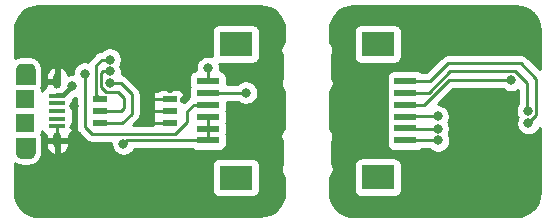
<source format=gbr>
G04 #@! TF.GenerationSoftware,KiCad,Pcbnew,(5.1.9)-1*
G04 #@! TF.CreationDate,2021-02-21T21:01:16-08:00*
G04 #@! TF.ProjectId,AnalogFaderV2,416e616c-6f67-4466-9164-657256322e6b,rev?*
G04 #@! TF.SameCoordinates,Original*
G04 #@! TF.FileFunction,Copper,L1,Top*
G04 #@! TF.FilePolarity,Positive*
%FSLAX46Y46*%
G04 Gerber Fmt 4.6, Leading zero omitted, Abs format (unit mm)*
G04 Created by KiCad (PCBNEW (5.1.9)-1) date 2021-02-21 21:01:16*
%MOMM*%
%LPD*%
G01*
G04 APERTURE LIST*
G04 #@! TA.AperFunction,EtchedComponent*
%ADD10C,0.001000*%
G04 #@! TD*
G04 #@! TA.AperFunction,ComponentPad*
%ADD11C,3.500001*%
G04 #@! TD*
G04 #@! TA.AperFunction,SMDPad,CuDef*
%ADD12R,2.800000X2.100000*%
G04 #@! TD*
G04 #@! TA.AperFunction,SMDPad,CuDef*
%ADD13R,1.900000X0.600000*%
G04 #@! TD*
G04 #@! TA.AperFunction,SMDPad,CuDef*
%ADD14R,1.350000X0.400000*%
G04 #@! TD*
G04 #@! TA.AperFunction,ComponentPad*
%ADD15O,0.650000X1.300000*%
G04 #@! TD*
G04 #@! TA.AperFunction,ComponentPad*
%ADD16O,1.550000X0.775000*%
G04 #@! TD*
G04 #@! TA.AperFunction,SMDPad,CuDef*
%ADD17R,1.550000X1.500000*%
G04 #@! TD*
G04 #@! TA.AperFunction,SMDPad,CuDef*
%ADD18R,1.200000X0.500000*%
G04 #@! TD*
G04 #@! TA.AperFunction,ViaPad*
%ADD19C,0.800000*%
G04 #@! TD*
G04 #@! TA.AperFunction,Conductor*
%ADD20C,0.250000*%
G04 #@! TD*
G04 #@! TA.AperFunction,Conductor*
%ADD21C,0.381000*%
G04 #@! TD*
G04 #@! TA.AperFunction,Conductor*
%ADD22C,0.254000*%
G04 #@! TD*
G04 #@! TA.AperFunction,Conductor*
%ADD23C,0.100000*%
G04 #@! TD*
G04 APERTURE END LIST*
D10*
G36*
X107170000Y-68733700D02*
G01*
X108725000Y-68733700D01*
X108725000Y-69931200D01*
X108525000Y-69931200D01*
X108524662Y-69919431D01*
X108523640Y-69906448D01*
X108521941Y-69893536D01*
X108519567Y-69880731D01*
X108516527Y-69868068D01*
X108512828Y-69855581D01*
X108508481Y-69843305D01*
X108503497Y-69831273D01*
X108497891Y-69819518D01*
X108491677Y-69808073D01*
X108484872Y-69796969D01*
X108477496Y-69786237D01*
X108469567Y-69775905D01*
X108461110Y-69766002D01*
X108452145Y-69756555D01*
X108442698Y-69747590D01*
X108432795Y-69739133D01*
X108422463Y-69731204D01*
X108411731Y-69723828D01*
X108400627Y-69717023D01*
X108389182Y-69710809D01*
X108377427Y-69705203D01*
X108365395Y-69700219D01*
X108353119Y-69695872D01*
X108340632Y-69692173D01*
X108327969Y-69689133D01*
X108315164Y-69686759D01*
X108302252Y-69685060D01*
X108289269Y-69684038D01*
X108275000Y-69683700D01*
X108265000Y-69683700D01*
X107635000Y-69683700D01*
X107625000Y-69683700D01*
X107611916Y-69684043D01*
X107598868Y-69685070D01*
X107585891Y-69686778D01*
X107573022Y-69689163D01*
X107560295Y-69692219D01*
X107547746Y-69695936D01*
X107535408Y-69700305D01*
X107523316Y-69705314D01*
X107511502Y-69710948D01*
X107500000Y-69717194D01*
X107488840Y-69724032D01*
X107478054Y-69731446D01*
X107467670Y-69739414D01*
X107457717Y-69747914D01*
X107448223Y-69756923D01*
X107439214Y-69766417D01*
X107430714Y-69776370D01*
X107422746Y-69786754D01*
X107415332Y-69797540D01*
X107408494Y-69808700D01*
X107402248Y-69820202D01*
X107396614Y-69832016D01*
X107391605Y-69844108D01*
X107387236Y-69856446D01*
X107383519Y-69868995D01*
X107380463Y-69881722D01*
X107378078Y-69894591D01*
X107376370Y-69907568D01*
X107375343Y-69920616D01*
X107375000Y-69933700D01*
X107375343Y-69946784D01*
X107376370Y-69959832D01*
X107378078Y-69972809D01*
X107380463Y-69985678D01*
X107383519Y-69998405D01*
X107387236Y-70010954D01*
X107391605Y-70023292D01*
X107396614Y-70035384D01*
X107402248Y-70047198D01*
X107408494Y-70058700D01*
X107415332Y-70069860D01*
X107422746Y-70080646D01*
X107430714Y-70091030D01*
X107439214Y-70100983D01*
X107448223Y-70110477D01*
X107457717Y-70119486D01*
X107467670Y-70127986D01*
X107478054Y-70135954D01*
X107488840Y-70143368D01*
X107500000Y-70150206D01*
X107511502Y-70156452D01*
X107523316Y-70162086D01*
X107535408Y-70167095D01*
X107547746Y-70171464D01*
X107560295Y-70175181D01*
X107573022Y-70178237D01*
X107585891Y-70180622D01*
X107598868Y-70182330D01*
X107611916Y-70183357D01*
X107625000Y-70183700D01*
X108275000Y-70183700D01*
X108289269Y-70183362D01*
X108302252Y-70182340D01*
X108315164Y-70180641D01*
X108327969Y-70178267D01*
X108340632Y-70175227D01*
X108353119Y-70171528D01*
X108365395Y-70167181D01*
X108377427Y-70162197D01*
X108389182Y-70156591D01*
X108400627Y-70150377D01*
X108411731Y-70143572D01*
X108422463Y-70136196D01*
X108432795Y-70128267D01*
X108442698Y-70119810D01*
X108452145Y-70110845D01*
X108461110Y-70101398D01*
X108469567Y-70091495D01*
X108477496Y-70081163D01*
X108484872Y-70070431D01*
X108491677Y-70059327D01*
X108497891Y-70047882D01*
X108503497Y-70036127D01*
X108508481Y-70024095D01*
X108512828Y-70011819D01*
X108516527Y-69999332D01*
X108519567Y-69986669D01*
X108521941Y-69973864D01*
X108523640Y-69960952D01*
X108524662Y-69947969D01*
X108525000Y-69936200D01*
X108725000Y-69936200D01*
X108724318Y-69961053D01*
X108722269Y-69987084D01*
X108718861Y-70012972D01*
X108714103Y-70038646D01*
X108708007Y-70064036D01*
X108700591Y-70089073D01*
X108691875Y-70113687D01*
X108681882Y-70137811D01*
X108670641Y-70161378D01*
X108658182Y-70184326D01*
X108644538Y-70206590D01*
X108629748Y-70228109D01*
X108613853Y-70248825D01*
X108596895Y-70268680D01*
X108578921Y-70287621D01*
X108559980Y-70305595D01*
X108540125Y-70322553D01*
X108519409Y-70338448D01*
X108497890Y-70353238D01*
X108475626Y-70366882D01*
X108452678Y-70379341D01*
X108429111Y-70390582D01*
X108404987Y-70400575D01*
X108380373Y-70409291D01*
X108355336Y-70416707D01*
X108329946Y-70422803D01*
X108304272Y-70427561D01*
X108278384Y-70430969D01*
X108252353Y-70433018D01*
X108225000Y-70433700D01*
X107675000Y-70433700D01*
X107648832Y-70433015D01*
X107622736Y-70430961D01*
X107596783Y-70427544D01*
X107571044Y-70422774D01*
X107545590Y-70416663D01*
X107520492Y-70409228D01*
X107495816Y-70400490D01*
X107471632Y-70390473D01*
X107448005Y-70379203D01*
X107425000Y-70366713D01*
X107402680Y-70353035D01*
X107381107Y-70338208D01*
X107360340Y-70322273D01*
X107340435Y-70305272D01*
X107321447Y-70287253D01*
X107303428Y-70268265D01*
X107286427Y-70248360D01*
X107270492Y-70227593D01*
X107255665Y-70206020D01*
X107241987Y-70183700D01*
X107229497Y-70160695D01*
X107218227Y-70137068D01*
X107208210Y-70112884D01*
X107199472Y-70088208D01*
X107192037Y-70063110D01*
X107185926Y-70037656D01*
X107181156Y-70011917D01*
X107177739Y-69985964D01*
X107175685Y-69959868D01*
X107175000Y-69933700D01*
X107175000Y-68738700D01*
X107170000Y-68738700D01*
X107170000Y-68733700D01*
G37*
X107170000Y-68733700D02*
X108725000Y-68733700D01*
X108725000Y-69931200D01*
X108525000Y-69931200D01*
X108524662Y-69919431D01*
X108523640Y-69906448D01*
X108521941Y-69893536D01*
X108519567Y-69880731D01*
X108516527Y-69868068D01*
X108512828Y-69855581D01*
X108508481Y-69843305D01*
X108503497Y-69831273D01*
X108497891Y-69819518D01*
X108491677Y-69808073D01*
X108484872Y-69796969D01*
X108477496Y-69786237D01*
X108469567Y-69775905D01*
X108461110Y-69766002D01*
X108452145Y-69756555D01*
X108442698Y-69747590D01*
X108432795Y-69739133D01*
X108422463Y-69731204D01*
X108411731Y-69723828D01*
X108400627Y-69717023D01*
X108389182Y-69710809D01*
X108377427Y-69705203D01*
X108365395Y-69700219D01*
X108353119Y-69695872D01*
X108340632Y-69692173D01*
X108327969Y-69689133D01*
X108315164Y-69686759D01*
X108302252Y-69685060D01*
X108289269Y-69684038D01*
X108275000Y-69683700D01*
X108265000Y-69683700D01*
X107635000Y-69683700D01*
X107625000Y-69683700D01*
X107611916Y-69684043D01*
X107598868Y-69685070D01*
X107585891Y-69686778D01*
X107573022Y-69689163D01*
X107560295Y-69692219D01*
X107547746Y-69695936D01*
X107535408Y-69700305D01*
X107523316Y-69705314D01*
X107511502Y-69710948D01*
X107500000Y-69717194D01*
X107488840Y-69724032D01*
X107478054Y-69731446D01*
X107467670Y-69739414D01*
X107457717Y-69747914D01*
X107448223Y-69756923D01*
X107439214Y-69766417D01*
X107430714Y-69776370D01*
X107422746Y-69786754D01*
X107415332Y-69797540D01*
X107408494Y-69808700D01*
X107402248Y-69820202D01*
X107396614Y-69832016D01*
X107391605Y-69844108D01*
X107387236Y-69856446D01*
X107383519Y-69868995D01*
X107380463Y-69881722D01*
X107378078Y-69894591D01*
X107376370Y-69907568D01*
X107375343Y-69920616D01*
X107375000Y-69933700D01*
X107375343Y-69946784D01*
X107376370Y-69959832D01*
X107378078Y-69972809D01*
X107380463Y-69985678D01*
X107383519Y-69998405D01*
X107387236Y-70010954D01*
X107391605Y-70023292D01*
X107396614Y-70035384D01*
X107402248Y-70047198D01*
X107408494Y-70058700D01*
X107415332Y-70069860D01*
X107422746Y-70080646D01*
X107430714Y-70091030D01*
X107439214Y-70100983D01*
X107448223Y-70110477D01*
X107457717Y-70119486D01*
X107467670Y-70127986D01*
X107478054Y-70135954D01*
X107488840Y-70143368D01*
X107500000Y-70150206D01*
X107511502Y-70156452D01*
X107523316Y-70162086D01*
X107535408Y-70167095D01*
X107547746Y-70171464D01*
X107560295Y-70175181D01*
X107573022Y-70178237D01*
X107585891Y-70180622D01*
X107598868Y-70182330D01*
X107611916Y-70183357D01*
X107625000Y-70183700D01*
X108275000Y-70183700D01*
X108289269Y-70183362D01*
X108302252Y-70182340D01*
X108315164Y-70180641D01*
X108327969Y-70178267D01*
X108340632Y-70175227D01*
X108353119Y-70171528D01*
X108365395Y-70167181D01*
X108377427Y-70162197D01*
X108389182Y-70156591D01*
X108400627Y-70150377D01*
X108411731Y-70143572D01*
X108422463Y-70136196D01*
X108432795Y-70128267D01*
X108442698Y-70119810D01*
X108452145Y-70110845D01*
X108461110Y-70101398D01*
X108469567Y-70091495D01*
X108477496Y-70081163D01*
X108484872Y-70070431D01*
X108491677Y-70059327D01*
X108497891Y-70047882D01*
X108503497Y-70036127D01*
X108508481Y-70024095D01*
X108512828Y-70011819D01*
X108516527Y-69999332D01*
X108519567Y-69986669D01*
X108521941Y-69973864D01*
X108523640Y-69960952D01*
X108524662Y-69947969D01*
X108525000Y-69936200D01*
X108725000Y-69936200D01*
X108724318Y-69961053D01*
X108722269Y-69987084D01*
X108718861Y-70012972D01*
X108714103Y-70038646D01*
X108708007Y-70064036D01*
X108700591Y-70089073D01*
X108691875Y-70113687D01*
X108681882Y-70137811D01*
X108670641Y-70161378D01*
X108658182Y-70184326D01*
X108644538Y-70206590D01*
X108629748Y-70228109D01*
X108613853Y-70248825D01*
X108596895Y-70268680D01*
X108578921Y-70287621D01*
X108559980Y-70305595D01*
X108540125Y-70322553D01*
X108519409Y-70338448D01*
X108497890Y-70353238D01*
X108475626Y-70366882D01*
X108452678Y-70379341D01*
X108429111Y-70390582D01*
X108404987Y-70400575D01*
X108380373Y-70409291D01*
X108355336Y-70416707D01*
X108329946Y-70422803D01*
X108304272Y-70427561D01*
X108278384Y-70430969D01*
X108252353Y-70433018D01*
X108225000Y-70433700D01*
X107675000Y-70433700D01*
X107648832Y-70433015D01*
X107622736Y-70430961D01*
X107596783Y-70427544D01*
X107571044Y-70422774D01*
X107545590Y-70416663D01*
X107520492Y-70409228D01*
X107495816Y-70400490D01*
X107471632Y-70390473D01*
X107448005Y-70379203D01*
X107425000Y-70366713D01*
X107402680Y-70353035D01*
X107381107Y-70338208D01*
X107360340Y-70322273D01*
X107340435Y-70305272D01*
X107321447Y-70287253D01*
X107303428Y-70268265D01*
X107286427Y-70248360D01*
X107270492Y-70227593D01*
X107255665Y-70206020D01*
X107241987Y-70183700D01*
X107229497Y-70160695D01*
X107218227Y-70137068D01*
X107208210Y-70112884D01*
X107199472Y-70088208D01*
X107192037Y-70063110D01*
X107185926Y-70037656D01*
X107181156Y-70011917D01*
X107177739Y-69985964D01*
X107175685Y-69959868D01*
X107175000Y-69933700D01*
X107175000Y-68738700D01*
X107170000Y-68738700D01*
X107170000Y-68733700D01*
G36*
X108730000Y-64133700D02*
G01*
X107175000Y-64133700D01*
X107175000Y-62936200D01*
X107375000Y-62936200D01*
X107375338Y-62947969D01*
X107376360Y-62960952D01*
X107378059Y-62973864D01*
X107380433Y-62986669D01*
X107383473Y-62999332D01*
X107387172Y-63011819D01*
X107391519Y-63024095D01*
X107396503Y-63036127D01*
X107402109Y-63047882D01*
X107408323Y-63059327D01*
X107415128Y-63070431D01*
X107422504Y-63081163D01*
X107430433Y-63091495D01*
X107438890Y-63101398D01*
X107447855Y-63110845D01*
X107457302Y-63119810D01*
X107467205Y-63128267D01*
X107477537Y-63136196D01*
X107488269Y-63143572D01*
X107499373Y-63150377D01*
X107510818Y-63156591D01*
X107522573Y-63162197D01*
X107534605Y-63167181D01*
X107546881Y-63171528D01*
X107559368Y-63175227D01*
X107572031Y-63178267D01*
X107584836Y-63180641D01*
X107597748Y-63182340D01*
X107610731Y-63183362D01*
X107625000Y-63183700D01*
X107635000Y-63183700D01*
X108265000Y-63183700D01*
X108275000Y-63183700D01*
X108288084Y-63183357D01*
X108301132Y-63182330D01*
X108314109Y-63180622D01*
X108326978Y-63178237D01*
X108339705Y-63175181D01*
X108352254Y-63171464D01*
X108364592Y-63167095D01*
X108376684Y-63162086D01*
X108388498Y-63156452D01*
X108400000Y-63150206D01*
X108411160Y-63143368D01*
X108421946Y-63135954D01*
X108432330Y-63127986D01*
X108442283Y-63119486D01*
X108451777Y-63110477D01*
X108460786Y-63100983D01*
X108469286Y-63091030D01*
X108477254Y-63080646D01*
X108484668Y-63069860D01*
X108491506Y-63058700D01*
X108497752Y-63047198D01*
X108503386Y-63035384D01*
X108508395Y-63023292D01*
X108512764Y-63010954D01*
X108516481Y-62998405D01*
X108519537Y-62985678D01*
X108521922Y-62972809D01*
X108523630Y-62959832D01*
X108524657Y-62946784D01*
X108525000Y-62933700D01*
X108524657Y-62920616D01*
X108523630Y-62907568D01*
X108521922Y-62894591D01*
X108519537Y-62881722D01*
X108516481Y-62868995D01*
X108512764Y-62856446D01*
X108508395Y-62844108D01*
X108503386Y-62832016D01*
X108497752Y-62820202D01*
X108491506Y-62808700D01*
X108484668Y-62797540D01*
X108477254Y-62786754D01*
X108469286Y-62776370D01*
X108460786Y-62766417D01*
X108451777Y-62756923D01*
X108442283Y-62747914D01*
X108432330Y-62739414D01*
X108421946Y-62731446D01*
X108411160Y-62724032D01*
X108400000Y-62717194D01*
X108388498Y-62710948D01*
X108376684Y-62705314D01*
X108364592Y-62700305D01*
X108352254Y-62695936D01*
X108339705Y-62692219D01*
X108326978Y-62689163D01*
X108314109Y-62686778D01*
X108301132Y-62685070D01*
X108288084Y-62684043D01*
X108275000Y-62683700D01*
X107625000Y-62683700D01*
X107610731Y-62684038D01*
X107597748Y-62685060D01*
X107584836Y-62686759D01*
X107572031Y-62689133D01*
X107559368Y-62692173D01*
X107546881Y-62695872D01*
X107534605Y-62700219D01*
X107522573Y-62705203D01*
X107510818Y-62710809D01*
X107499373Y-62717023D01*
X107488269Y-62723828D01*
X107477537Y-62731204D01*
X107467205Y-62739133D01*
X107457302Y-62747590D01*
X107447855Y-62756555D01*
X107438890Y-62766002D01*
X107430433Y-62775905D01*
X107422504Y-62786237D01*
X107415128Y-62796969D01*
X107408323Y-62808073D01*
X107402109Y-62819518D01*
X107396503Y-62831273D01*
X107391519Y-62843305D01*
X107387172Y-62855581D01*
X107383473Y-62868068D01*
X107380433Y-62880731D01*
X107378059Y-62893536D01*
X107376360Y-62906448D01*
X107375338Y-62919431D01*
X107375000Y-62931200D01*
X107175000Y-62931200D01*
X107175682Y-62906347D01*
X107177731Y-62880316D01*
X107181139Y-62854428D01*
X107185897Y-62828754D01*
X107191993Y-62803364D01*
X107199409Y-62778327D01*
X107208125Y-62753713D01*
X107218118Y-62729589D01*
X107229359Y-62706022D01*
X107241818Y-62683074D01*
X107255462Y-62660810D01*
X107270252Y-62639291D01*
X107286147Y-62618575D01*
X107303105Y-62598720D01*
X107321079Y-62579779D01*
X107340020Y-62561805D01*
X107359875Y-62544847D01*
X107380591Y-62528952D01*
X107402110Y-62514162D01*
X107424374Y-62500518D01*
X107447322Y-62488059D01*
X107470889Y-62476818D01*
X107495013Y-62466825D01*
X107519627Y-62458109D01*
X107544664Y-62450693D01*
X107570054Y-62444597D01*
X107595728Y-62439839D01*
X107621616Y-62436431D01*
X107647647Y-62434382D01*
X107675000Y-62433700D01*
X108225000Y-62433700D01*
X108251168Y-62434385D01*
X108277264Y-62436439D01*
X108303217Y-62439856D01*
X108328956Y-62444626D01*
X108354410Y-62450737D01*
X108379508Y-62458172D01*
X108404184Y-62466910D01*
X108428368Y-62476927D01*
X108451995Y-62488197D01*
X108475000Y-62500687D01*
X108497320Y-62514365D01*
X108518893Y-62529192D01*
X108539660Y-62545127D01*
X108559565Y-62562128D01*
X108578553Y-62580147D01*
X108596572Y-62599135D01*
X108613573Y-62619040D01*
X108629508Y-62639807D01*
X108644335Y-62661380D01*
X108658013Y-62683700D01*
X108670503Y-62706705D01*
X108681773Y-62730332D01*
X108691790Y-62754516D01*
X108700528Y-62779192D01*
X108707963Y-62804290D01*
X108714074Y-62829744D01*
X108718844Y-62855483D01*
X108722261Y-62881436D01*
X108724315Y-62907532D01*
X108725000Y-62933700D01*
X108725000Y-64128700D01*
X108730000Y-64128700D01*
X108730000Y-64133700D01*
G37*
X108730000Y-64133700D02*
X107175000Y-64133700D01*
X107175000Y-62936200D01*
X107375000Y-62936200D01*
X107375338Y-62947969D01*
X107376360Y-62960952D01*
X107378059Y-62973864D01*
X107380433Y-62986669D01*
X107383473Y-62999332D01*
X107387172Y-63011819D01*
X107391519Y-63024095D01*
X107396503Y-63036127D01*
X107402109Y-63047882D01*
X107408323Y-63059327D01*
X107415128Y-63070431D01*
X107422504Y-63081163D01*
X107430433Y-63091495D01*
X107438890Y-63101398D01*
X107447855Y-63110845D01*
X107457302Y-63119810D01*
X107467205Y-63128267D01*
X107477537Y-63136196D01*
X107488269Y-63143572D01*
X107499373Y-63150377D01*
X107510818Y-63156591D01*
X107522573Y-63162197D01*
X107534605Y-63167181D01*
X107546881Y-63171528D01*
X107559368Y-63175227D01*
X107572031Y-63178267D01*
X107584836Y-63180641D01*
X107597748Y-63182340D01*
X107610731Y-63183362D01*
X107625000Y-63183700D01*
X107635000Y-63183700D01*
X108265000Y-63183700D01*
X108275000Y-63183700D01*
X108288084Y-63183357D01*
X108301132Y-63182330D01*
X108314109Y-63180622D01*
X108326978Y-63178237D01*
X108339705Y-63175181D01*
X108352254Y-63171464D01*
X108364592Y-63167095D01*
X108376684Y-63162086D01*
X108388498Y-63156452D01*
X108400000Y-63150206D01*
X108411160Y-63143368D01*
X108421946Y-63135954D01*
X108432330Y-63127986D01*
X108442283Y-63119486D01*
X108451777Y-63110477D01*
X108460786Y-63100983D01*
X108469286Y-63091030D01*
X108477254Y-63080646D01*
X108484668Y-63069860D01*
X108491506Y-63058700D01*
X108497752Y-63047198D01*
X108503386Y-63035384D01*
X108508395Y-63023292D01*
X108512764Y-63010954D01*
X108516481Y-62998405D01*
X108519537Y-62985678D01*
X108521922Y-62972809D01*
X108523630Y-62959832D01*
X108524657Y-62946784D01*
X108525000Y-62933700D01*
X108524657Y-62920616D01*
X108523630Y-62907568D01*
X108521922Y-62894591D01*
X108519537Y-62881722D01*
X108516481Y-62868995D01*
X108512764Y-62856446D01*
X108508395Y-62844108D01*
X108503386Y-62832016D01*
X108497752Y-62820202D01*
X108491506Y-62808700D01*
X108484668Y-62797540D01*
X108477254Y-62786754D01*
X108469286Y-62776370D01*
X108460786Y-62766417D01*
X108451777Y-62756923D01*
X108442283Y-62747914D01*
X108432330Y-62739414D01*
X108421946Y-62731446D01*
X108411160Y-62724032D01*
X108400000Y-62717194D01*
X108388498Y-62710948D01*
X108376684Y-62705314D01*
X108364592Y-62700305D01*
X108352254Y-62695936D01*
X108339705Y-62692219D01*
X108326978Y-62689163D01*
X108314109Y-62686778D01*
X108301132Y-62685070D01*
X108288084Y-62684043D01*
X108275000Y-62683700D01*
X107625000Y-62683700D01*
X107610731Y-62684038D01*
X107597748Y-62685060D01*
X107584836Y-62686759D01*
X107572031Y-62689133D01*
X107559368Y-62692173D01*
X107546881Y-62695872D01*
X107534605Y-62700219D01*
X107522573Y-62705203D01*
X107510818Y-62710809D01*
X107499373Y-62717023D01*
X107488269Y-62723828D01*
X107477537Y-62731204D01*
X107467205Y-62739133D01*
X107457302Y-62747590D01*
X107447855Y-62756555D01*
X107438890Y-62766002D01*
X107430433Y-62775905D01*
X107422504Y-62786237D01*
X107415128Y-62796969D01*
X107408323Y-62808073D01*
X107402109Y-62819518D01*
X107396503Y-62831273D01*
X107391519Y-62843305D01*
X107387172Y-62855581D01*
X107383473Y-62868068D01*
X107380433Y-62880731D01*
X107378059Y-62893536D01*
X107376360Y-62906448D01*
X107375338Y-62919431D01*
X107375000Y-62931200D01*
X107175000Y-62931200D01*
X107175682Y-62906347D01*
X107177731Y-62880316D01*
X107181139Y-62854428D01*
X107185897Y-62828754D01*
X107191993Y-62803364D01*
X107199409Y-62778327D01*
X107208125Y-62753713D01*
X107218118Y-62729589D01*
X107229359Y-62706022D01*
X107241818Y-62683074D01*
X107255462Y-62660810D01*
X107270252Y-62639291D01*
X107286147Y-62618575D01*
X107303105Y-62598720D01*
X107321079Y-62579779D01*
X107340020Y-62561805D01*
X107359875Y-62544847D01*
X107380591Y-62528952D01*
X107402110Y-62514162D01*
X107424374Y-62500518D01*
X107447322Y-62488059D01*
X107470889Y-62476818D01*
X107495013Y-62466825D01*
X107519627Y-62458109D01*
X107544664Y-62450693D01*
X107570054Y-62444597D01*
X107595728Y-62439839D01*
X107621616Y-62436431D01*
X107647647Y-62434382D01*
X107675000Y-62433700D01*
X108225000Y-62433700D01*
X108251168Y-62434385D01*
X108277264Y-62436439D01*
X108303217Y-62439856D01*
X108328956Y-62444626D01*
X108354410Y-62450737D01*
X108379508Y-62458172D01*
X108404184Y-62466910D01*
X108428368Y-62476927D01*
X108451995Y-62488197D01*
X108475000Y-62500687D01*
X108497320Y-62514365D01*
X108518893Y-62529192D01*
X108539660Y-62545127D01*
X108559565Y-62562128D01*
X108578553Y-62580147D01*
X108596572Y-62599135D01*
X108613573Y-62619040D01*
X108629508Y-62639807D01*
X108644335Y-62661380D01*
X108658013Y-62683700D01*
X108670503Y-62706705D01*
X108681773Y-62730332D01*
X108691790Y-62754516D01*
X108700528Y-62779192D01*
X108707963Y-62804290D01*
X108714074Y-62829744D01*
X108718844Y-62855483D01*
X108722261Y-62881436D01*
X108724315Y-62907532D01*
X108725000Y-62933700D01*
X108725000Y-64128700D01*
X108730000Y-64128700D01*
X108730000Y-64133700D01*
D11*
X149860000Y-59563000D03*
X149860000Y-73596500D03*
X109042200Y-73596500D03*
X109042200Y-59563000D03*
D12*
X125758400Y-60777700D03*
X125758400Y-72077700D03*
D13*
X123408400Y-68927700D03*
X123408400Y-63927700D03*
X123408400Y-64927700D03*
X123408400Y-65927700D03*
X123408400Y-66927700D03*
X123408400Y-67927700D03*
X140129300Y-64914300D03*
X140129300Y-65914300D03*
X140129300Y-66914300D03*
X140129300Y-67914300D03*
X140129300Y-68914300D03*
X140129300Y-63914300D03*
D12*
X137779300Y-60764300D03*
X137779300Y-72064300D03*
D14*
X110650000Y-65133700D03*
X110650000Y-65783700D03*
X110650000Y-66433700D03*
X110650000Y-67083700D03*
X110650000Y-67733700D03*
D15*
X110650000Y-63933700D03*
X110650000Y-68933700D03*
D16*
X107950000Y-62933700D03*
D17*
X107950000Y-65433700D03*
X107950000Y-67433700D03*
D16*
X107950000Y-69933700D03*
D18*
X120171000Y-65433700D03*
X120171000Y-66433700D03*
X120171000Y-67433700D03*
X114271000Y-65433700D03*
X114271000Y-66433700D03*
X114271000Y-67433700D03*
D19*
X120713500Y-71018400D03*
X115938300Y-71005700D03*
X120319800Y-64414400D03*
X125628400Y-67398900D03*
X128206500Y-69989700D03*
X128625600Y-62509400D03*
X112064800Y-65989200D03*
X142888265Y-68931965D03*
X142862300Y-67932300D03*
X142862300Y-66903600D03*
X150533100Y-67475100D03*
X150495000Y-66421000D03*
X149085300Y-63804800D03*
X111925100Y-64338200D03*
X116255800Y-69215000D03*
X123405900Y-62814200D03*
X126619000Y-64897000D03*
X112979200Y-63271400D03*
X115110862Y-64095574D03*
X115085869Y-63095884D03*
X115092502Y-62095904D03*
D20*
X110650000Y-67733700D02*
X110650000Y-68933700D01*
X120171000Y-65433700D02*
X118418100Y-65433700D01*
X118418100Y-65433700D02*
X118262400Y-65278000D01*
X118262400Y-65278000D02*
X118262400Y-64249300D01*
X118262400Y-64249300D02*
X118706900Y-63804800D01*
X119710200Y-63804800D02*
X120319800Y-64414400D01*
X118706900Y-63804800D02*
X119710200Y-63804800D01*
X120171000Y-66433700D02*
X118313200Y-66433700D01*
X118418100Y-66328800D02*
X118418100Y-65433700D01*
X118313200Y-66433700D02*
X118418100Y-66328800D01*
X120171000Y-67433700D02*
X118424200Y-67433700D01*
X118313200Y-67322700D02*
X118313200Y-66433700D01*
X118424200Y-67433700D02*
X118313200Y-67322700D01*
X140146965Y-68931965D02*
X140129300Y-68914300D01*
X142888265Y-68931965D02*
X140146965Y-68931965D01*
X140147300Y-67932300D02*
X140129300Y-67914300D01*
X142862300Y-67932300D02*
X140147300Y-67932300D01*
X140140000Y-66903600D02*
X140129300Y-66914300D01*
X142862300Y-66903600D02*
X140140000Y-66903600D01*
X140129300Y-63914300D02*
X142219400Y-63914300D01*
X142219400Y-63914300D02*
X143751300Y-62382400D01*
X143751300Y-62382400D02*
X149885400Y-62382400D01*
X151220001Y-66788199D02*
X150533100Y-67475100D01*
X151220001Y-63717001D02*
X151220001Y-66788199D01*
X149885400Y-62382400D02*
X151220001Y-63717001D01*
X149433301Y-63079799D02*
X150418800Y-64065298D01*
X143941491Y-63079799D02*
X149433301Y-63079799D01*
X142106990Y-64914300D02*
X143941491Y-63079799D01*
X140129300Y-64914300D02*
X142106990Y-64914300D01*
X150418800Y-66344800D02*
X150495000Y-66421000D01*
X150418800Y-64065298D02*
X150418800Y-66344800D01*
X140129300Y-65914300D02*
X141743400Y-65914300D01*
X143852900Y-63804800D02*
X149085300Y-63804800D01*
X141743400Y-65914300D02*
X143852900Y-63804800D01*
D21*
X111133601Y-65129699D02*
X110650000Y-65129699D01*
X111925100Y-64338200D02*
X111133601Y-65129699D01*
D20*
X116543100Y-68927700D02*
X116255800Y-69215000D01*
X123408400Y-68927700D02*
X116543100Y-68927700D01*
X123408400Y-66927700D02*
X123408400Y-67927700D01*
X123408400Y-67927700D02*
X123408400Y-68927700D01*
X123405900Y-63925200D02*
X123408400Y-63927700D01*
X123405900Y-62814200D02*
X123405900Y-63925200D01*
X123439100Y-64897000D02*
X123408400Y-64927700D01*
X126619000Y-64897000D02*
X123439100Y-64897000D01*
X120637502Y-68402200D02*
X121653300Y-67386402D01*
X122208400Y-65927700D02*
X123408400Y-65927700D01*
X121653300Y-66482800D02*
X122208400Y-65927700D01*
X121653300Y-67386402D02*
X121653300Y-66482800D01*
X112979200Y-67779900D02*
X113601500Y-68402200D01*
X113601500Y-68402200D02*
X120637502Y-68402200D01*
X112979200Y-63271400D02*
X112979200Y-67779900D01*
X115110862Y-64095574D02*
X116013174Y-64095574D01*
X116013174Y-64095574D02*
X116941600Y-65024000D01*
X116941600Y-65024000D02*
X116941600Y-66662300D01*
X116170200Y-67433700D02*
X114271000Y-67433700D01*
X116941600Y-66662300D02*
X116170200Y-67433700D01*
X114800985Y-64858699D02*
X115798399Y-64858699D01*
X114385861Y-63230207D02*
X114385861Y-64443575D01*
X114385861Y-64443575D02*
X114800985Y-64858699D01*
X114520184Y-63095884D02*
X114385861Y-63230207D01*
X115085869Y-63095884D02*
X114520184Y-63095884D01*
X115798399Y-64858699D02*
X116281200Y-65341500D01*
X116281200Y-65341500D02*
X116281200Y-66217800D01*
X116065300Y-66433700D02*
X114271000Y-66433700D01*
X116281200Y-66217800D02*
X116065300Y-66433700D01*
X115092502Y-62095904D02*
X114408696Y-62095904D01*
X113935852Y-65098552D02*
X114271000Y-65433700D01*
X113935852Y-62568748D02*
X113935852Y-65098552D01*
X114408696Y-62095904D02*
X113935852Y-62568748D01*
D22*
X149878447Y-57622486D02*
X150250462Y-57734803D01*
X150593574Y-57917239D01*
X150894724Y-58162851D01*
X151142424Y-58462269D01*
X151327255Y-58804108D01*
X151442166Y-59175326D01*
X151486001Y-59592391D01*
X151486001Y-62908199D01*
X150449204Y-61871403D01*
X150425401Y-61842399D01*
X150309676Y-61747426D01*
X150177647Y-61676854D01*
X150034386Y-61633397D01*
X149922733Y-61622400D01*
X149922722Y-61622400D01*
X149885400Y-61618724D01*
X149848078Y-61622400D01*
X143788625Y-61622400D01*
X143751300Y-61618724D01*
X143713975Y-61622400D01*
X143713967Y-61622400D01*
X143602314Y-61633397D01*
X143459053Y-61676854D01*
X143327024Y-61747426D01*
X143211299Y-61842399D01*
X143187501Y-61871397D01*
X141904599Y-63154300D01*
X141519744Y-63154300D01*
X141433794Y-63083763D01*
X141323480Y-63024798D01*
X141203782Y-62988488D01*
X141079300Y-62976228D01*
X139179300Y-62976228D01*
X139054818Y-62988488D01*
X138935120Y-63024798D01*
X138824806Y-63083763D01*
X138728115Y-63163115D01*
X138648763Y-63259806D01*
X138589798Y-63370120D01*
X138553488Y-63489818D01*
X138541228Y-63614300D01*
X138541228Y-64214300D01*
X138553488Y-64338782D01*
X138576396Y-64414300D01*
X138553488Y-64489818D01*
X138541228Y-64614300D01*
X138541228Y-65214300D01*
X138553488Y-65338782D01*
X138576396Y-65414300D01*
X138553488Y-65489818D01*
X138541228Y-65614300D01*
X138541228Y-66214300D01*
X138553488Y-66338782D01*
X138576396Y-66414300D01*
X138553488Y-66489818D01*
X138541228Y-66614300D01*
X138541228Y-67214300D01*
X138553488Y-67338782D01*
X138576396Y-67414300D01*
X138553488Y-67489818D01*
X138541228Y-67614300D01*
X138541228Y-68214300D01*
X138553488Y-68338782D01*
X138576396Y-68414300D01*
X138553488Y-68489818D01*
X138541228Y-68614300D01*
X138541228Y-69214300D01*
X138553488Y-69338782D01*
X138589798Y-69458480D01*
X138648763Y-69568794D01*
X138728115Y-69665485D01*
X138824806Y-69744837D01*
X138935120Y-69803802D01*
X139054818Y-69840112D01*
X139179300Y-69852372D01*
X141079300Y-69852372D01*
X141203782Y-69840112D01*
X141323480Y-69803802D01*
X141433794Y-69744837D01*
X141498219Y-69691965D01*
X142184554Y-69691965D01*
X142228491Y-69735902D01*
X142398009Y-69849170D01*
X142586367Y-69927191D01*
X142786326Y-69966965D01*
X142990204Y-69966965D01*
X143190163Y-69927191D01*
X143378521Y-69849170D01*
X143548039Y-69735902D01*
X143692202Y-69591739D01*
X143805470Y-69422221D01*
X143883491Y-69233863D01*
X143923265Y-69033904D01*
X143923265Y-68830026D01*
X143883491Y-68630067D01*
X143805470Y-68441709D01*
X143784544Y-68410391D01*
X143857526Y-68234198D01*
X143897300Y-68034239D01*
X143897300Y-67830361D01*
X143857526Y-67630402D01*
X143779505Y-67442044D01*
X143763406Y-67417950D01*
X143779505Y-67393856D01*
X143857526Y-67205498D01*
X143897300Y-67005539D01*
X143897300Y-66801661D01*
X143857526Y-66601702D01*
X143779505Y-66413344D01*
X143666237Y-66243826D01*
X143522074Y-66099663D01*
X143352556Y-65986395D01*
X143164198Y-65908374D01*
X142964239Y-65868600D01*
X142863901Y-65868600D01*
X144167702Y-64564800D01*
X148381589Y-64564800D01*
X148425526Y-64608737D01*
X148595044Y-64722005D01*
X148783402Y-64800026D01*
X148983361Y-64839800D01*
X149187239Y-64839800D01*
X149387198Y-64800026D01*
X149575556Y-64722005D01*
X149658800Y-64666383D01*
X149658801Y-65809510D01*
X149577795Y-65930744D01*
X149499774Y-66119102D01*
X149460000Y-66319061D01*
X149460000Y-66522939D01*
X149499774Y-66722898D01*
X149577795Y-66911256D01*
X149621430Y-66976560D01*
X149615895Y-66984844D01*
X149537874Y-67173202D01*
X149498100Y-67373161D01*
X149498100Y-67577039D01*
X149537874Y-67776998D01*
X149615895Y-67965356D01*
X149729163Y-68134874D01*
X149873326Y-68279037D01*
X150042844Y-68392305D01*
X150231202Y-68470326D01*
X150431161Y-68510100D01*
X150635039Y-68510100D01*
X150834998Y-68470326D01*
X151023356Y-68392305D01*
X151192874Y-68279037D01*
X151337037Y-68134874D01*
X151450305Y-67965356D01*
X151486000Y-67879180D01*
X151486000Y-73322921D01*
X151444914Y-73741946D01*
X151332597Y-74113962D01*
X151150159Y-74457076D01*
X150904549Y-74758224D01*
X150605131Y-75005924D01*
X150263294Y-75190755D01*
X149892078Y-75305666D01*
X149475018Y-75349500D01*
X135744479Y-75349500D01*
X135325454Y-75308414D01*
X134953438Y-75196097D01*
X134610324Y-75013659D01*
X134309176Y-74768049D01*
X134061476Y-74468631D01*
X133876645Y-74126794D01*
X133761734Y-73755578D01*
X133717900Y-73338518D01*
X133717900Y-72141681D01*
X133714626Y-72108439D01*
X133714626Y-72091963D01*
X133713663Y-72082798D01*
X133713455Y-72080940D01*
X133723655Y-72074124D01*
X133846924Y-71950855D01*
X133943777Y-71805905D01*
X134010490Y-71644845D01*
X134044500Y-71473865D01*
X134044500Y-71299535D01*
X134010490Y-71128555D01*
X133963165Y-71014300D01*
X135741228Y-71014300D01*
X135741228Y-73114300D01*
X135753488Y-73238782D01*
X135789798Y-73358480D01*
X135848763Y-73468794D01*
X135928115Y-73565485D01*
X136024806Y-73644837D01*
X136135120Y-73703802D01*
X136254818Y-73740112D01*
X136379300Y-73752372D01*
X139179300Y-73752372D01*
X139303782Y-73740112D01*
X139423480Y-73703802D01*
X139533794Y-73644837D01*
X139630485Y-73565485D01*
X139709837Y-73468794D01*
X139768802Y-73358480D01*
X139805112Y-73238782D01*
X139817372Y-73114300D01*
X139817372Y-71014300D01*
X139805112Y-70889818D01*
X139768802Y-70770120D01*
X139709837Y-70659806D01*
X139630485Y-70563115D01*
X139533794Y-70483763D01*
X139423480Y-70424798D01*
X139303782Y-70388488D01*
X139179300Y-70376228D01*
X136379300Y-70376228D01*
X136254818Y-70388488D01*
X136135120Y-70424798D01*
X136024806Y-70483763D01*
X135928115Y-70563115D01*
X135848763Y-70659806D01*
X135789798Y-70770120D01*
X135753488Y-70889818D01*
X135741228Y-71014300D01*
X133963165Y-71014300D01*
X133943777Y-70967495D01*
X133915598Y-70925322D01*
X133942900Y-70788065D01*
X133942900Y-70613735D01*
X133908890Y-70442755D01*
X133871153Y-70351650D01*
X133908890Y-70260545D01*
X133942900Y-70089565D01*
X133942900Y-69915235D01*
X133908890Y-69744255D01*
X133871153Y-69653150D01*
X133908890Y-69562045D01*
X133942900Y-69391065D01*
X133942900Y-69216735D01*
X133910738Y-69055045D01*
X133931077Y-69024605D01*
X133997790Y-68863545D01*
X134031800Y-68692565D01*
X134031800Y-68518235D01*
X133997790Y-68347255D01*
X133931077Y-68186195D01*
X133834224Y-68041245D01*
X133711235Y-67918256D01*
X133714750Y-67882405D01*
X133714750Y-67882402D01*
X133717900Y-67850419D01*
X133717900Y-64940781D01*
X133714626Y-64907539D01*
X133714626Y-64891063D01*
X133713663Y-64881898D01*
X133702853Y-64785524D01*
X133723655Y-64771624D01*
X133846924Y-64648355D01*
X133943777Y-64503405D01*
X134010490Y-64342345D01*
X134044500Y-64171365D01*
X134044500Y-63997035D01*
X134010490Y-63826055D01*
X133943777Y-63664995D01*
X133915598Y-63622822D01*
X133942900Y-63485565D01*
X133942900Y-63311235D01*
X133908890Y-63140255D01*
X133871153Y-63049150D01*
X133908890Y-62958045D01*
X133942900Y-62787065D01*
X133942900Y-62612735D01*
X133908890Y-62441755D01*
X133871153Y-62350650D01*
X133908890Y-62259545D01*
X133942900Y-62088565D01*
X133942900Y-61914235D01*
X133910738Y-61752545D01*
X133931077Y-61722105D01*
X133997790Y-61561045D01*
X134031800Y-61390065D01*
X134031800Y-61215735D01*
X133997790Y-61044755D01*
X133931077Y-60883695D01*
X133834224Y-60738745D01*
X133711235Y-60615756D01*
X133714750Y-60579905D01*
X133714750Y-60579902D01*
X133717900Y-60547919D01*
X133717900Y-59714300D01*
X135741228Y-59714300D01*
X135741228Y-61814300D01*
X135753488Y-61938782D01*
X135789798Y-62058480D01*
X135848763Y-62168794D01*
X135928115Y-62265485D01*
X136024806Y-62344837D01*
X136135120Y-62403802D01*
X136254818Y-62440112D01*
X136379300Y-62452372D01*
X139179300Y-62452372D01*
X139303782Y-62440112D01*
X139423480Y-62403802D01*
X139533794Y-62344837D01*
X139630485Y-62265485D01*
X139709837Y-62168794D01*
X139768802Y-62058480D01*
X139805112Y-61938782D01*
X139817372Y-61814300D01*
X139817372Y-59714300D01*
X139805112Y-59589818D01*
X139768802Y-59470120D01*
X139709837Y-59359806D01*
X139630485Y-59263115D01*
X139533794Y-59183763D01*
X139423480Y-59124798D01*
X139303782Y-59088488D01*
X139179300Y-59076228D01*
X136379300Y-59076228D01*
X136254818Y-59088488D01*
X136135120Y-59124798D01*
X136024806Y-59183763D01*
X135928115Y-59263115D01*
X135848763Y-59359806D01*
X135789798Y-59470120D01*
X135753488Y-59589818D01*
X135741228Y-59714300D01*
X133717900Y-59714300D01*
X133717900Y-59607979D01*
X133758986Y-59188953D01*
X133871303Y-58816938D01*
X134053739Y-58473826D01*
X134299351Y-58172676D01*
X134598769Y-57924976D01*
X134940608Y-57740145D01*
X135311826Y-57625234D01*
X135728882Y-57581400D01*
X149459421Y-57581400D01*
X149878447Y-57622486D01*
G04 #@! TA.AperFunction,Conductor*
D23*
G36*
X149878447Y-57622486D02*
G01*
X150250462Y-57734803D01*
X150593574Y-57917239D01*
X150894724Y-58162851D01*
X151142424Y-58462269D01*
X151327255Y-58804108D01*
X151442166Y-59175326D01*
X151486001Y-59592391D01*
X151486001Y-62908199D01*
X150449204Y-61871403D01*
X150425401Y-61842399D01*
X150309676Y-61747426D01*
X150177647Y-61676854D01*
X150034386Y-61633397D01*
X149922733Y-61622400D01*
X149922722Y-61622400D01*
X149885400Y-61618724D01*
X149848078Y-61622400D01*
X143788625Y-61622400D01*
X143751300Y-61618724D01*
X143713975Y-61622400D01*
X143713967Y-61622400D01*
X143602314Y-61633397D01*
X143459053Y-61676854D01*
X143327024Y-61747426D01*
X143211299Y-61842399D01*
X143187501Y-61871397D01*
X141904599Y-63154300D01*
X141519744Y-63154300D01*
X141433794Y-63083763D01*
X141323480Y-63024798D01*
X141203782Y-62988488D01*
X141079300Y-62976228D01*
X139179300Y-62976228D01*
X139054818Y-62988488D01*
X138935120Y-63024798D01*
X138824806Y-63083763D01*
X138728115Y-63163115D01*
X138648763Y-63259806D01*
X138589798Y-63370120D01*
X138553488Y-63489818D01*
X138541228Y-63614300D01*
X138541228Y-64214300D01*
X138553488Y-64338782D01*
X138576396Y-64414300D01*
X138553488Y-64489818D01*
X138541228Y-64614300D01*
X138541228Y-65214300D01*
X138553488Y-65338782D01*
X138576396Y-65414300D01*
X138553488Y-65489818D01*
X138541228Y-65614300D01*
X138541228Y-66214300D01*
X138553488Y-66338782D01*
X138576396Y-66414300D01*
X138553488Y-66489818D01*
X138541228Y-66614300D01*
X138541228Y-67214300D01*
X138553488Y-67338782D01*
X138576396Y-67414300D01*
X138553488Y-67489818D01*
X138541228Y-67614300D01*
X138541228Y-68214300D01*
X138553488Y-68338782D01*
X138576396Y-68414300D01*
X138553488Y-68489818D01*
X138541228Y-68614300D01*
X138541228Y-69214300D01*
X138553488Y-69338782D01*
X138589798Y-69458480D01*
X138648763Y-69568794D01*
X138728115Y-69665485D01*
X138824806Y-69744837D01*
X138935120Y-69803802D01*
X139054818Y-69840112D01*
X139179300Y-69852372D01*
X141079300Y-69852372D01*
X141203782Y-69840112D01*
X141323480Y-69803802D01*
X141433794Y-69744837D01*
X141498219Y-69691965D01*
X142184554Y-69691965D01*
X142228491Y-69735902D01*
X142398009Y-69849170D01*
X142586367Y-69927191D01*
X142786326Y-69966965D01*
X142990204Y-69966965D01*
X143190163Y-69927191D01*
X143378521Y-69849170D01*
X143548039Y-69735902D01*
X143692202Y-69591739D01*
X143805470Y-69422221D01*
X143883491Y-69233863D01*
X143923265Y-69033904D01*
X143923265Y-68830026D01*
X143883491Y-68630067D01*
X143805470Y-68441709D01*
X143784544Y-68410391D01*
X143857526Y-68234198D01*
X143897300Y-68034239D01*
X143897300Y-67830361D01*
X143857526Y-67630402D01*
X143779505Y-67442044D01*
X143763406Y-67417950D01*
X143779505Y-67393856D01*
X143857526Y-67205498D01*
X143897300Y-67005539D01*
X143897300Y-66801661D01*
X143857526Y-66601702D01*
X143779505Y-66413344D01*
X143666237Y-66243826D01*
X143522074Y-66099663D01*
X143352556Y-65986395D01*
X143164198Y-65908374D01*
X142964239Y-65868600D01*
X142863901Y-65868600D01*
X144167702Y-64564800D01*
X148381589Y-64564800D01*
X148425526Y-64608737D01*
X148595044Y-64722005D01*
X148783402Y-64800026D01*
X148983361Y-64839800D01*
X149187239Y-64839800D01*
X149387198Y-64800026D01*
X149575556Y-64722005D01*
X149658800Y-64666383D01*
X149658801Y-65809510D01*
X149577795Y-65930744D01*
X149499774Y-66119102D01*
X149460000Y-66319061D01*
X149460000Y-66522939D01*
X149499774Y-66722898D01*
X149577795Y-66911256D01*
X149621430Y-66976560D01*
X149615895Y-66984844D01*
X149537874Y-67173202D01*
X149498100Y-67373161D01*
X149498100Y-67577039D01*
X149537874Y-67776998D01*
X149615895Y-67965356D01*
X149729163Y-68134874D01*
X149873326Y-68279037D01*
X150042844Y-68392305D01*
X150231202Y-68470326D01*
X150431161Y-68510100D01*
X150635039Y-68510100D01*
X150834998Y-68470326D01*
X151023356Y-68392305D01*
X151192874Y-68279037D01*
X151337037Y-68134874D01*
X151450305Y-67965356D01*
X151486000Y-67879180D01*
X151486000Y-73322921D01*
X151444914Y-73741946D01*
X151332597Y-74113962D01*
X151150159Y-74457076D01*
X150904549Y-74758224D01*
X150605131Y-75005924D01*
X150263294Y-75190755D01*
X149892078Y-75305666D01*
X149475018Y-75349500D01*
X135744479Y-75349500D01*
X135325454Y-75308414D01*
X134953438Y-75196097D01*
X134610324Y-75013659D01*
X134309176Y-74768049D01*
X134061476Y-74468631D01*
X133876645Y-74126794D01*
X133761734Y-73755578D01*
X133717900Y-73338518D01*
X133717900Y-72141681D01*
X133714626Y-72108439D01*
X133714626Y-72091963D01*
X133713663Y-72082798D01*
X133713455Y-72080940D01*
X133723655Y-72074124D01*
X133846924Y-71950855D01*
X133943777Y-71805905D01*
X134010490Y-71644845D01*
X134044500Y-71473865D01*
X134044500Y-71299535D01*
X134010490Y-71128555D01*
X133963165Y-71014300D01*
X135741228Y-71014300D01*
X135741228Y-73114300D01*
X135753488Y-73238782D01*
X135789798Y-73358480D01*
X135848763Y-73468794D01*
X135928115Y-73565485D01*
X136024806Y-73644837D01*
X136135120Y-73703802D01*
X136254818Y-73740112D01*
X136379300Y-73752372D01*
X139179300Y-73752372D01*
X139303782Y-73740112D01*
X139423480Y-73703802D01*
X139533794Y-73644837D01*
X139630485Y-73565485D01*
X139709837Y-73468794D01*
X139768802Y-73358480D01*
X139805112Y-73238782D01*
X139817372Y-73114300D01*
X139817372Y-71014300D01*
X139805112Y-70889818D01*
X139768802Y-70770120D01*
X139709837Y-70659806D01*
X139630485Y-70563115D01*
X139533794Y-70483763D01*
X139423480Y-70424798D01*
X139303782Y-70388488D01*
X139179300Y-70376228D01*
X136379300Y-70376228D01*
X136254818Y-70388488D01*
X136135120Y-70424798D01*
X136024806Y-70483763D01*
X135928115Y-70563115D01*
X135848763Y-70659806D01*
X135789798Y-70770120D01*
X135753488Y-70889818D01*
X135741228Y-71014300D01*
X133963165Y-71014300D01*
X133943777Y-70967495D01*
X133915598Y-70925322D01*
X133942900Y-70788065D01*
X133942900Y-70613735D01*
X133908890Y-70442755D01*
X133871153Y-70351650D01*
X133908890Y-70260545D01*
X133942900Y-70089565D01*
X133942900Y-69915235D01*
X133908890Y-69744255D01*
X133871153Y-69653150D01*
X133908890Y-69562045D01*
X133942900Y-69391065D01*
X133942900Y-69216735D01*
X133910738Y-69055045D01*
X133931077Y-69024605D01*
X133997790Y-68863545D01*
X134031800Y-68692565D01*
X134031800Y-68518235D01*
X133997790Y-68347255D01*
X133931077Y-68186195D01*
X133834224Y-68041245D01*
X133711235Y-67918256D01*
X133714750Y-67882405D01*
X133714750Y-67882402D01*
X133717900Y-67850419D01*
X133717900Y-64940781D01*
X133714626Y-64907539D01*
X133714626Y-64891063D01*
X133713663Y-64881898D01*
X133702853Y-64785524D01*
X133723655Y-64771624D01*
X133846924Y-64648355D01*
X133943777Y-64503405D01*
X134010490Y-64342345D01*
X134044500Y-64171365D01*
X134044500Y-63997035D01*
X134010490Y-63826055D01*
X133943777Y-63664995D01*
X133915598Y-63622822D01*
X133942900Y-63485565D01*
X133942900Y-63311235D01*
X133908890Y-63140255D01*
X133871153Y-63049150D01*
X133908890Y-62958045D01*
X133942900Y-62787065D01*
X133942900Y-62612735D01*
X133908890Y-62441755D01*
X133871153Y-62350650D01*
X133908890Y-62259545D01*
X133942900Y-62088565D01*
X133942900Y-61914235D01*
X133910738Y-61752545D01*
X133931077Y-61722105D01*
X133997790Y-61561045D01*
X134031800Y-61390065D01*
X134031800Y-61215735D01*
X133997790Y-61044755D01*
X133931077Y-60883695D01*
X133834224Y-60738745D01*
X133711235Y-60615756D01*
X133714750Y-60579905D01*
X133714750Y-60579902D01*
X133717900Y-60547919D01*
X133717900Y-59714300D01*
X135741228Y-59714300D01*
X135741228Y-61814300D01*
X135753488Y-61938782D01*
X135789798Y-62058480D01*
X135848763Y-62168794D01*
X135928115Y-62265485D01*
X136024806Y-62344837D01*
X136135120Y-62403802D01*
X136254818Y-62440112D01*
X136379300Y-62452372D01*
X139179300Y-62452372D01*
X139303782Y-62440112D01*
X139423480Y-62403802D01*
X139533794Y-62344837D01*
X139630485Y-62265485D01*
X139709837Y-62168794D01*
X139768802Y-62058480D01*
X139805112Y-61938782D01*
X139817372Y-61814300D01*
X139817372Y-59714300D01*
X139805112Y-59589818D01*
X139768802Y-59470120D01*
X139709837Y-59359806D01*
X139630485Y-59263115D01*
X139533794Y-59183763D01*
X139423480Y-59124798D01*
X139303782Y-59088488D01*
X139179300Y-59076228D01*
X136379300Y-59076228D01*
X136254818Y-59088488D01*
X136135120Y-59124798D01*
X136024806Y-59183763D01*
X135928115Y-59263115D01*
X135848763Y-59359806D01*
X135789798Y-59470120D01*
X135753488Y-59589818D01*
X135741228Y-59714300D01*
X133717900Y-59714300D01*
X133717900Y-59607979D01*
X133758986Y-59188953D01*
X133871303Y-58816938D01*
X134053739Y-58473826D01*
X134299351Y-58172676D01*
X134598769Y-57924976D01*
X134940608Y-57740145D01*
X135311826Y-57625234D01*
X135728882Y-57581400D01*
X149459421Y-57581400D01*
X149878447Y-57622486D01*
G37*
G04 #@! TD.AperFunction*
D22*
X128250347Y-57609786D02*
X128622362Y-57722103D01*
X128965474Y-57904539D01*
X129266624Y-58150151D01*
X129514324Y-58449569D01*
X129699155Y-58791408D01*
X129814066Y-59162626D01*
X129857900Y-59579682D01*
X129857901Y-60547919D01*
X129861174Y-60581151D01*
X129861174Y-60597637D01*
X129862012Y-60605609D01*
X129741576Y-60726045D01*
X129644723Y-60870995D01*
X129578010Y-61032055D01*
X129544000Y-61203035D01*
X129544000Y-61377365D01*
X129578010Y-61548345D01*
X129644723Y-61709405D01*
X129672902Y-61751578D01*
X129645600Y-61888835D01*
X129645600Y-62063165D01*
X129679610Y-62234145D01*
X129717347Y-62325250D01*
X129679610Y-62416355D01*
X129645600Y-62587335D01*
X129645600Y-62761665D01*
X129679610Y-62932645D01*
X129717347Y-63023750D01*
X129679610Y-63114855D01*
X129645600Y-63285835D01*
X129645600Y-63460165D01*
X129677762Y-63621855D01*
X129657423Y-63652295D01*
X129590710Y-63813355D01*
X129556700Y-63984335D01*
X129556700Y-64158665D01*
X129590710Y-64329645D01*
X129657423Y-64490705D01*
X129754276Y-64635655D01*
X129875906Y-64757285D01*
X129861050Y-64908795D01*
X129861050Y-64908808D01*
X129857901Y-64940781D01*
X129857900Y-67850418D01*
X129861174Y-67883660D01*
X129861174Y-67900137D01*
X129862012Y-67908109D01*
X129741576Y-68028545D01*
X129644723Y-68173495D01*
X129578010Y-68334555D01*
X129544000Y-68505535D01*
X129544000Y-68679865D01*
X129578010Y-68850845D01*
X129644723Y-69011905D01*
X129672902Y-69054078D01*
X129645600Y-69191335D01*
X129645600Y-69365665D01*
X129679610Y-69536645D01*
X129717347Y-69627750D01*
X129679610Y-69718855D01*
X129645600Y-69889835D01*
X129645600Y-70064165D01*
X129679610Y-70235145D01*
X129717347Y-70326250D01*
X129679610Y-70417355D01*
X129645600Y-70588335D01*
X129645600Y-70762665D01*
X129677762Y-70924355D01*
X129657423Y-70954795D01*
X129590710Y-71115855D01*
X129556700Y-71286835D01*
X129556700Y-71461165D01*
X129590710Y-71632145D01*
X129657423Y-71793205D01*
X129754276Y-71938155D01*
X129866833Y-72050712D01*
X129861050Y-72109695D01*
X129861050Y-72109708D01*
X129857901Y-72141681D01*
X129857900Y-73310220D01*
X129816814Y-73729246D01*
X129704497Y-74101262D01*
X129522059Y-74444376D01*
X129276449Y-74745524D01*
X128977031Y-74993224D01*
X128635194Y-75178055D01*
X128263978Y-75292966D01*
X127846918Y-75336800D01*
X109074479Y-75336800D01*
X108655454Y-75295714D01*
X108283438Y-75183397D01*
X107940324Y-75000959D01*
X107639176Y-74755349D01*
X107391476Y-74455931D01*
X107206645Y-74114094D01*
X107091734Y-73742878D01*
X107047900Y-73325818D01*
X107047900Y-70879621D01*
X107053437Y-70882678D01*
X107063094Y-70890196D01*
X107070627Y-70894885D01*
X107092947Y-70908563D01*
X107103966Y-70913914D01*
X107114010Y-70920920D01*
X107121779Y-70925208D01*
X107144784Y-70937698D01*
X107156042Y-70942453D01*
X107166423Y-70948915D01*
X107174405Y-70952791D01*
X107198032Y-70964061D01*
X107209546Y-70968229D01*
X107220270Y-70974149D01*
X107228444Y-70977601D01*
X107252627Y-70987618D01*
X107264335Y-70991175D01*
X107275343Y-70996520D01*
X107283687Y-70999540D01*
X107308362Y-71008278D01*
X107320231Y-71011215D01*
X107331496Y-71015974D01*
X107339986Y-71018554D01*
X107365084Y-71025989D01*
X107377110Y-71028305D01*
X107388621Y-71032472D01*
X107397235Y-71034604D01*
X107422688Y-71040715D01*
X107434816Y-71042398D01*
X107446531Y-71045957D01*
X107455244Y-71047634D01*
X107480982Y-71052404D01*
X107493164Y-71053448D01*
X107505039Y-71056387D01*
X107513828Y-71057607D01*
X107539781Y-71061024D01*
X107552013Y-71061430D01*
X107564030Y-71063744D01*
X107572870Y-71064502D01*
X107598967Y-71066556D01*
X107611211Y-71066321D01*
X107623334Y-71068003D01*
X107632202Y-71068297D01*
X107658370Y-71068982D01*
X107662254Y-71068704D01*
X107666127Y-71069138D01*
X107675000Y-71069200D01*
X108225000Y-71069200D01*
X108228481Y-71068859D01*
X108231968Y-71069162D01*
X108240840Y-71069003D01*
X108268194Y-71068321D01*
X108280741Y-71066774D01*
X108293371Y-71067193D01*
X108302221Y-71066558D01*
X108328253Y-71064509D01*
X108340290Y-71062365D01*
X108352523Y-71062130D01*
X108361328Y-71061033D01*
X108387216Y-71057625D01*
X108399134Y-71054852D01*
X108411338Y-71053977D01*
X108420073Y-71052421D01*
X108445747Y-71047663D01*
X108457513Y-71044267D01*
X108469667Y-71042753D01*
X108478310Y-71040742D01*
X108503700Y-71034646D01*
X108515259Y-71030643D01*
X108527296Y-71028499D01*
X108530064Y-71027700D01*
X123720328Y-71027700D01*
X123720328Y-73127700D01*
X123732588Y-73252182D01*
X123768898Y-73371880D01*
X123827863Y-73482194D01*
X123907215Y-73578885D01*
X124003906Y-73658237D01*
X124114220Y-73717202D01*
X124233918Y-73753512D01*
X124358400Y-73765772D01*
X127158400Y-73765772D01*
X127282882Y-73753512D01*
X127402580Y-73717202D01*
X127512894Y-73658237D01*
X127609585Y-73578885D01*
X127688937Y-73482194D01*
X127747902Y-73371880D01*
X127784212Y-73252182D01*
X127796472Y-73127700D01*
X127796472Y-71027700D01*
X127784212Y-70903218D01*
X127747902Y-70783520D01*
X127688937Y-70673206D01*
X127609585Y-70576515D01*
X127512894Y-70497163D01*
X127402580Y-70438198D01*
X127282882Y-70401888D01*
X127158400Y-70389628D01*
X124358400Y-70389628D01*
X124233918Y-70401888D01*
X124114220Y-70438198D01*
X124003906Y-70497163D01*
X123907215Y-70576515D01*
X123827863Y-70673206D01*
X123768898Y-70783520D01*
X123732588Y-70903218D01*
X123720328Y-71027700D01*
X108530064Y-71027700D01*
X108535821Y-71026039D01*
X108560858Y-71018623D01*
X108572198Y-71014019D01*
X108584117Y-71011245D01*
X108592501Y-71008342D01*
X108617116Y-70999626D01*
X108628210Y-70994429D01*
X108639972Y-70991034D01*
X108648193Y-70987696D01*
X108672317Y-70977703D01*
X108683107Y-70971942D01*
X108694668Y-70967938D01*
X108702703Y-70964174D01*
X108726270Y-70952933D01*
X108736742Y-70946616D01*
X108748071Y-70942016D01*
X108755898Y-70937837D01*
X108778846Y-70925378D01*
X108788990Y-70918511D01*
X108800087Y-70913312D01*
X108807685Y-70908728D01*
X108829948Y-70895084D01*
X108839707Y-70887703D01*
X108850500Y-70881940D01*
X108857848Y-70876966D01*
X108879367Y-70862175D01*
X108888717Y-70854301D01*
X108899185Y-70847987D01*
X108906262Y-70842635D01*
X108926978Y-70826740D01*
X108935920Y-70818373D01*
X108946065Y-70811504D01*
X108952852Y-70805788D01*
X108972707Y-70788830D01*
X108981188Y-70780017D01*
X108990946Y-70772637D01*
X108997425Y-70766575D01*
X109016366Y-70748600D01*
X109024380Y-70739349D01*
X109033748Y-70731460D01*
X109039901Y-70725066D01*
X109057875Y-70706125D01*
X109065390Y-70696472D01*
X109074321Y-70688114D01*
X109080130Y-70681407D01*
X109097088Y-70661553D01*
X109104097Y-70651506D01*
X109112590Y-70642680D01*
X109118040Y-70635678D01*
X109133935Y-70614963D01*
X109140395Y-70604584D01*
X109148399Y-70595344D01*
X109153476Y-70588067D01*
X109168266Y-70566547D01*
X109174178Y-70555837D01*
X109181695Y-70546182D01*
X109186384Y-70538649D01*
X109200028Y-70516385D01*
X109205379Y-70505365D01*
X109212390Y-70495315D01*
X109216678Y-70487546D01*
X109229137Y-70464598D01*
X109233895Y-70453334D01*
X109240357Y-70442952D01*
X109244233Y-70434970D01*
X109255474Y-70411403D01*
X109259638Y-70399900D01*
X109265550Y-70389191D01*
X109269003Y-70381017D01*
X109278996Y-70356893D01*
X109282555Y-70345178D01*
X109287906Y-70334159D01*
X109290926Y-70325815D01*
X109299642Y-70301201D01*
X109302583Y-70289318D01*
X109307343Y-70278048D01*
X109309923Y-70269558D01*
X109317339Y-70244521D01*
X109319652Y-70232511D01*
X109323814Y-70221013D01*
X109325946Y-70212400D01*
X109332042Y-70187009D01*
X109333726Y-70174877D01*
X109337285Y-70163161D01*
X109338818Y-70155200D01*
X109345205Y-70134145D01*
X109349105Y-70094552D01*
X109352333Y-70070028D01*
X109352738Y-70057801D01*
X109355051Y-70045793D01*
X109355809Y-70036952D01*
X109357858Y-70010921D01*
X109357774Y-70006531D01*
X109364947Y-69933700D01*
X109360500Y-69888549D01*
X109360500Y-69060700D01*
X109690000Y-69060700D01*
X109690000Y-69385700D01*
X109733223Y-69570546D01*
X109811677Y-69743408D01*
X109922347Y-69897643D01*
X110060980Y-70027324D01*
X110222249Y-70127467D01*
X110375706Y-70178680D01*
X110523000Y-70049821D01*
X110523000Y-69060700D01*
X110777000Y-69060700D01*
X110777000Y-70049821D01*
X110924294Y-70178680D01*
X111077751Y-70127467D01*
X111239020Y-70027324D01*
X111377653Y-69897643D01*
X111488323Y-69743408D01*
X111566777Y-69570546D01*
X111610000Y-69385700D01*
X111610000Y-69060700D01*
X110777000Y-69060700D01*
X110523000Y-69060700D01*
X109690000Y-69060700D01*
X109360500Y-69060700D01*
X109360500Y-68733700D01*
X109354670Y-68674244D01*
X109349244Y-68614619D01*
X109348614Y-68612479D01*
X109348397Y-68610264D01*
X109331112Y-68553013D01*
X109314225Y-68495638D01*
X109313194Y-68493665D01*
X109312549Y-68491530D01*
X109296557Y-68461453D01*
X109314502Y-68427880D01*
X109350812Y-68308182D01*
X109363072Y-68183700D01*
X109363072Y-68104986D01*
X109389479Y-68187276D01*
X109450200Y-68296633D01*
X109531088Y-68392043D01*
X109629036Y-68469839D01*
X109690000Y-68501182D01*
X109690000Y-68806700D01*
X110523000Y-68806700D01*
X110523000Y-68786700D01*
X110777000Y-68786700D01*
X110777000Y-68806700D01*
X111610000Y-68806700D01*
X111610000Y-68501182D01*
X111670964Y-68469839D01*
X111768912Y-68392043D01*
X111849800Y-68296633D01*
X111910521Y-68187276D01*
X111948741Y-68068174D01*
X111960000Y-67965450D01*
X111801250Y-67806700D01*
X111688678Y-67806700D01*
X111776185Y-67734885D01*
X111855537Y-67638194D01*
X111892032Y-67569918D01*
X111960000Y-67501950D01*
X111950012Y-67410820D01*
X111950812Y-67408182D01*
X111963072Y-67283700D01*
X111963072Y-66883700D01*
X111950812Y-66759218D01*
X111950655Y-66758700D01*
X111950812Y-66758182D01*
X111963072Y-66633700D01*
X111963072Y-66233700D01*
X111950812Y-66109218D01*
X111950655Y-66108700D01*
X111950812Y-66108182D01*
X111963072Y-65983700D01*
X111963072Y-65583700D01*
X111952668Y-65478064D01*
X112065105Y-65365628D01*
X112219200Y-65334977D01*
X112219201Y-67742568D01*
X112215524Y-67779900D01*
X112219201Y-67817233D01*
X112229954Y-67926403D01*
X112230198Y-67928885D01*
X112273654Y-68072146D01*
X112344226Y-68204176D01*
X112400875Y-68273202D01*
X112439200Y-68319901D01*
X112468198Y-68343699D01*
X113037700Y-68913202D01*
X113061499Y-68942201D01*
X113090497Y-68965999D01*
X113177223Y-69037174D01*
X113304911Y-69105425D01*
X113309253Y-69107746D01*
X113452514Y-69151203D01*
X113564167Y-69162200D01*
X113564176Y-69162200D01*
X113601499Y-69165876D01*
X113638822Y-69162200D01*
X115220800Y-69162200D01*
X115220800Y-69316939D01*
X115260574Y-69516898D01*
X115338595Y-69705256D01*
X115451863Y-69874774D01*
X115596026Y-70018937D01*
X115765544Y-70132205D01*
X115953902Y-70210226D01*
X116153861Y-70250000D01*
X116357739Y-70250000D01*
X116557698Y-70210226D01*
X116746056Y-70132205D01*
X116915574Y-70018937D01*
X117059737Y-69874774D01*
X117173005Y-69705256D01*
X117180277Y-69687700D01*
X122017956Y-69687700D01*
X122103906Y-69758237D01*
X122214220Y-69817202D01*
X122333918Y-69853512D01*
X122458400Y-69865772D01*
X124358400Y-69865772D01*
X124482882Y-69853512D01*
X124602580Y-69817202D01*
X124712894Y-69758237D01*
X124809585Y-69678885D01*
X124888937Y-69582194D01*
X124947902Y-69471880D01*
X124984212Y-69352182D01*
X124996472Y-69227700D01*
X124996472Y-68627700D01*
X124984212Y-68503218D01*
X124961304Y-68427700D01*
X124984212Y-68352182D01*
X124996472Y-68227700D01*
X124996472Y-67627700D01*
X124984212Y-67503218D01*
X124961304Y-67427700D01*
X124984212Y-67352182D01*
X124996472Y-67227700D01*
X124996472Y-66627700D01*
X124984212Y-66503218D01*
X124961304Y-66427700D01*
X124984212Y-66352182D01*
X124996472Y-66227700D01*
X124996472Y-65657000D01*
X125915289Y-65657000D01*
X125959226Y-65700937D01*
X126128744Y-65814205D01*
X126317102Y-65892226D01*
X126517061Y-65932000D01*
X126720939Y-65932000D01*
X126920898Y-65892226D01*
X127109256Y-65814205D01*
X127278774Y-65700937D01*
X127422937Y-65556774D01*
X127536205Y-65387256D01*
X127614226Y-65198898D01*
X127654000Y-64998939D01*
X127654000Y-64795061D01*
X127614226Y-64595102D01*
X127536205Y-64406744D01*
X127422937Y-64237226D01*
X127278774Y-64093063D01*
X127109256Y-63979795D01*
X126920898Y-63901774D01*
X126720939Y-63862000D01*
X126517061Y-63862000D01*
X126317102Y-63901774D01*
X126128744Y-63979795D01*
X125959226Y-64093063D01*
X125915289Y-64137000D01*
X124996472Y-64137000D01*
X124996472Y-63627700D01*
X124984212Y-63503218D01*
X124947902Y-63383520D01*
X124888937Y-63273206D01*
X124809585Y-63176515D01*
X124712894Y-63097163D01*
X124602580Y-63038198D01*
X124482882Y-63001888D01*
X124424978Y-62996185D01*
X124440900Y-62916139D01*
X124440900Y-62712261D01*
X124401126Y-62512302D01*
X124381853Y-62465772D01*
X127158400Y-62465772D01*
X127282882Y-62453512D01*
X127402580Y-62417202D01*
X127512894Y-62358237D01*
X127609585Y-62278885D01*
X127688937Y-62182194D01*
X127747902Y-62071880D01*
X127784212Y-61952182D01*
X127796472Y-61827700D01*
X127796472Y-59727700D01*
X127784212Y-59603218D01*
X127747902Y-59483520D01*
X127688937Y-59373206D01*
X127609585Y-59276515D01*
X127512894Y-59197163D01*
X127402580Y-59138198D01*
X127282882Y-59101888D01*
X127158400Y-59089628D01*
X124358400Y-59089628D01*
X124233918Y-59101888D01*
X124114220Y-59138198D01*
X124003906Y-59197163D01*
X123907215Y-59276515D01*
X123827863Y-59373206D01*
X123768898Y-59483520D01*
X123732588Y-59603218D01*
X123720328Y-59727700D01*
X123720328Y-61824164D01*
X123707798Y-61818974D01*
X123507839Y-61779200D01*
X123303961Y-61779200D01*
X123104002Y-61818974D01*
X122915644Y-61896995D01*
X122746126Y-62010263D01*
X122601963Y-62154426D01*
X122488695Y-62323944D01*
X122410674Y-62512302D01*
X122370900Y-62712261D01*
X122370900Y-62916139D01*
X122386918Y-62996668D01*
X122333918Y-63001888D01*
X122214220Y-63038198D01*
X122103906Y-63097163D01*
X122007215Y-63176515D01*
X121927863Y-63273206D01*
X121868898Y-63383520D01*
X121832588Y-63503218D01*
X121820328Y-63627700D01*
X121820328Y-64227700D01*
X121832588Y-64352182D01*
X121855496Y-64427700D01*
X121832588Y-64503218D01*
X121820328Y-64627700D01*
X121820328Y-65227700D01*
X121824601Y-65271090D01*
X121784123Y-65292726D01*
X121705800Y-65357005D01*
X121668399Y-65387699D01*
X121644600Y-65416698D01*
X121375924Y-65685374D01*
X121247250Y-65556700D01*
X121145300Y-65556700D01*
X121145300Y-65310700D01*
X121247250Y-65310700D01*
X121406000Y-65151950D01*
X121394564Y-65048411D01*
X121356189Y-64929359D01*
X121295325Y-64820081D01*
X121214312Y-64724777D01*
X121116263Y-64647109D01*
X121004945Y-64590062D01*
X120884637Y-64555829D01*
X120759961Y-64545723D01*
X120456750Y-64548700D01*
X120298000Y-64707450D01*
X120298000Y-64719200D01*
X120044000Y-64719200D01*
X120044000Y-64707450D01*
X119885250Y-64548700D01*
X119582039Y-64545723D01*
X119457363Y-64555829D01*
X119337055Y-64590062D01*
X119225737Y-64647109D01*
X119134728Y-64719200D01*
X118884700Y-64719200D01*
X118859924Y-64721640D01*
X118836099Y-64728867D01*
X118814143Y-64740603D01*
X118794897Y-64756397D01*
X118779103Y-64775643D01*
X118767367Y-64797599D01*
X118760140Y-64821424D01*
X118757700Y-64846200D01*
X118757700Y-67642200D01*
X117036501Y-67642200D01*
X117452602Y-67226099D01*
X117481601Y-67202301D01*
X117576574Y-67086576D01*
X117647146Y-66954547D01*
X117690603Y-66811286D01*
X117701600Y-66699633D01*
X117701600Y-66699624D01*
X117705276Y-66662301D01*
X117701600Y-66624978D01*
X117701600Y-65061325D01*
X117705276Y-65024000D01*
X117701600Y-64986675D01*
X117701600Y-64986667D01*
X117690603Y-64875014D01*
X117647146Y-64731753D01*
X117576574Y-64599724D01*
X117481601Y-64483999D01*
X117452604Y-64460202D01*
X116576977Y-63584576D01*
X116553175Y-63555573D01*
X116437450Y-63460600D01*
X116305421Y-63390028D01*
X116162160Y-63346571D01*
X116092643Y-63339724D01*
X116120869Y-63197823D01*
X116120869Y-62993945D01*
X116081095Y-62793986D01*
X116003074Y-62605628D01*
X115999886Y-62600858D01*
X116009707Y-62586160D01*
X116087728Y-62397802D01*
X116127502Y-62197843D01*
X116127502Y-61993965D01*
X116087728Y-61794006D01*
X116009707Y-61605648D01*
X115896439Y-61436130D01*
X115752276Y-61291967D01*
X115582758Y-61178699D01*
X115394400Y-61100678D01*
X115194441Y-61060904D01*
X114990563Y-61060904D01*
X114790604Y-61100678D01*
X114602246Y-61178699D01*
X114432728Y-61291967D01*
X114390694Y-61334001D01*
X114371372Y-61335904D01*
X114371363Y-61335904D01*
X114259710Y-61346901D01*
X114116449Y-61390358D01*
X113984420Y-61460930D01*
X113868695Y-61555903D01*
X113844896Y-61584902D01*
X113424854Y-62004945D01*
X113395851Y-62028747D01*
X113346954Y-62088329D01*
X113300878Y-62144472D01*
X113238836Y-62260543D01*
X113235346Y-62267073D01*
X113081139Y-62236400D01*
X112877261Y-62236400D01*
X112677302Y-62276174D01*
X112488944Y-62354195D01*
X112319426Y-62467463D01*
X112175263Y-62611626D01*
X112061995Y-62781144D01*
X111983974Y-62969502D01*
X111944200Y-63169461D01*
X111944200Y-63303200D01*
X111823161Y-63303200D01*
X111623202Y-63342974D01*
X111581592Y-63360210D01*
X111566777Y-63296854D01*
X111488323Y-63123992D01*
X111377653Y-62969757D01*
X111239020Y-62840076D01*
X111077751Y-62739933D01*
X110924294Y-62688720D01*
X110777000Y-62817579D01*
X110777000Y-63806700D01*
X110797000Y-63806700D01*
X110797000Y-64060700D01*
X110777000Y-64060700D01*
X110777000Y-64080700D01*
X110523000Y-64080700D01*
X110523000Y-64060700D01*
X109690000Y-64060700D01*
X109690000Y-64366017D01*
X109620506Y-64403163D01*
X109523815Y-64482515D01*
X109444463Y-64579206D01*
X109385498Y-64689520D01*
X109363072Y-64763449D01*
X109363072Y-64683700D01*
X109350812Y-64559218D01*
X109314502Y-64439520D01*
X109299276Y-64411035D01*
X109314111Y-64384050D01*
X109314786Y-64381924D01*
X109315844Y-64379966D01*
X109333512Y-64322890D01*
X109351613Y-64265828D01*
X109351862Y-64263612D01*
X109352520Y-64261485D01*
X109358774Y-64201987D01*
X109365438Y-64142573D01*
X109365468Y-64138300D01*
X109365485Y-64138137D01*
X109365470Y-64137974D01*
X109365500Y-64133700D01*
X109365500Y-64128700D01*
X109360500Y-64077706D01*
X109360500Y-63481700D01*
X109690000Y-63481700D01*
X109690000Y-63806700D01*
X110523000Y-63806700D01*
X110523000Y-62817579D01*
X110375706Y-62688720D01*
X110222249Y-62739933D01*
X110060980Y-62840076D01*
X109922347Y-62969757D01*
X109811677Y-63123992D01*
X109733223Y-63296854D01*
X109690000Y-63481700D01*
X109360500Y-63481700D01*
X109360500Y-62978851D01*
X109364947Y-62933700D01*
X109358450Y-62867732D01*
X109358490Y-62866517D01*
X109357856Y-62857667D01*
X109355802Y-62831570D01*
X109353758Y-62820097D01*
X109353644Y-62818937D01*
X109353420Y-62807286D01*
X109352324Y-62798481D01*
X109349566Y-62777533D01*
X109345205Y-62733255D01*
X109335373Y-62700842D01*
X109334026Y-62690031D01*
X109332015Y-62681388D01*
X109325904Y-62655935D01*
X109321898Y-62644366D01*
X109319750Y-62632309D01*
X109317289Y-62623784D01*
X109309854Y-62598686D01*
X109305253Y-62587357D01*
X109302482Y-62575447D01*
X109299578Y-62567062D01*
X109290840Y-62542387D01*
X109285649Y-62531306D01*
X109282256Y-62519549D01*
X109278918Y-62511327D01*
X109268901Y-62487144D01*
X109263134Y-62476342D01*
X109259125Y-62464767D01*
X109255361Y-62456732D01*
X109244091Y-62433105D01*
X109237778Y-62422640D01*
X109233178Y-62411311D01*
X109228998Y-62403484D01*
X109216508Y-62380479D01*
X109209643Y-62370338D01*
X109204446Y-62359245D01*
X109199863Y-62351647D01*
X109186185Y-62329327D01*
X109178802Y-62319566D01*
X109173039Y-62308772D01*
X109168064Y-62301424D01*
X109153237Y-62279851D01*
X109145356Y-62270492D01*
X109139037Y-62260017D01*
X109133685Y-62252940D01*
X109117750Y-62232173D01*
X109109382Y-62223231D01*
X109102520Y-62213096D01*
X109096805Y-62206308D01*
X109079804Y-62186403D01*
X109070989Y-62177920D01*
X109063610Y-62168164D01*
X109057547Y-62161685D01*
X109039528Y-62142697D01*
X109030279Y-62134685D01*
X109022397Y-62125325D01*
X109016003Y-62119172D01*
X108997015Y-62101153D01*
X108987360Y-62093637D01*
X108979003Y-62084706D01*
X108972296Y-62078896D01*
X108952392Y-62061895D01*
X108942346Y-62054887D01*
X108933528Y-62046401D01*
X108926527Y-62040950D01*
X108905760Y-62025015D01*
X108895372Y-62018549D01*
X108886126Y-62010540D01*
X108878849Y-62005463D01*
X108857276Y-61990636D01*
X108846559Y-61984720D01*
X108836906Y-61977205D01*
X108829373Y-61972515D01*
X108807053Y-61958837D01*
X108796034Y-61953486D01*
X108785990Y-61946480D01*
X108778221Y-61942192D01*
X108755216Y-61929702D01*
X108743955Y-61924945D01*
X108733576Y-61918485D01*
X108725594Y-61914609D01*
X108701968Y-61903339D01*
X108690454Y-61899171D01*
X108679730Y-61893251D01*
X108671556Y-61889798D01*
X108647372Y-61879782D01*
X108635664Y-61876225D01*
X108624656Y-61870880D01*
X108616313Y-61867859D01*
X108591637Y-61859122D01*
X108579770Y-61856185D01*
X108568504Y-61851426D01*
X108560014Y-61848846D01*
X108534916Y-61841411D01*
X108522888Y-61839094D01*
X108511378Y-61834928D01*
X108502765Y-61832796D01*
X108477311Y-61826685D01*
X108465185Y-61825002D01*
X108453469Y-61821443D01*
X108444756Y-61819766D01*
X108419017Y-61814996D01*
X108406836Y-61813952D01*
X108394961Y-61811013D01*
X108386172Y-61809793D01*
X108360219Y-61806376D01*
X108347988Y-61805970D01*
X108335971Y-61803656D01*
X108327130Y-61802898D01*
X108301034Y-61800844D01*
X108288789Y-61801079D01*
X108276666Y-61799397D01*
X108267798Y-61799103D01*
X108241630Y-61798418D01*
X108237746Y-61798696D01*
X108233873Y-61798262D01*
X108225000Y-61798200D01*
X107675000Y-61798200D01*
X107671519Y-61798541D01*
X107668032Y-61798238D01*
X107659160Y-61798397D01*
X107631807Y-61799079D01*
X107619260Y-61800626D01*
X107606630Y-61800207D01*
X107597779Y-61800842D01*
X107571748Y-61802891D01*
X107559705Y-61805036D01*
X107547477Y-61805271D01*
X107538672Y-61806367D01*
X107512784Y-61809775D01*
X107500865Y-61812548D01*
X107488662Y-61813423D01*
X107479926Y-61814979D01*
X107454253Y-61819737D01*
X107442487Y-61823133D01*
X107430333Y-61824647D01*
X107421691Y-61826658D01*
X107396300Y-61832754D01*
X107384741Y-61836757D01*
X107372704Y-61838901D01*
X107364179Y-61841361D01*
X107339142Y-61848777D01*
X107327801Y-61853382D01*
X107315884Y-61856155D01*
X107307499Y-61859058D01*
X107282885Y-61867774D01*
X107271797Y-61872968D01*
X107260028Y-61876365D01*
X107251807Y-61879704D01*
X107227683Y-61889697D01*
X107216892Y-61895459D01*
X107205333Y-61899462D01*
X107197297Y-61903226D01*
X107173730Y-61914467D01*
X107163258Y-61920784D01*
X107151929Y-61925384D01*
X107144102Y-61929563D01*
X107121154Y-61942022D01*
X107111010Y-61948889D01*
X107099913Y-61954088D01*
X107092315Y-61958672D01*
X107070051Y-61972316D01*
X107060294Y-61979695D01*
X107049500Y-61985459D01*
X107047900Y-61986542D01*
X107047900Y-59595279D01*
X107088986Y-59176253D01*
X107201303Y-58804238D01*
X107383739Y-58461126D01*
X107629351Y-58159976D01*
X107928769Y-57912276D01*
X108270608Y-57727445D01*
X108641826Y-57612534D01*
X109058882Y-57568700D01*
X127831321Y-57568700D01*
X128250347Y-57609786D01*
G04 #@! TA.AperFunction,Conductor*
D23*
G36*
X128250347Y-57609786D02*
G01*
X128622362Y-57722103D01*
X128965474Y-57904539D01*
X129266624Y-58150151D01*
X129514324Y-58449569D01*
X129699155Y-58791408D01*
X129814066Y-59162626D01*
X129857900Y-59579682D01*
X129857901Y-60547919D01*
X129861174Y-60581151D01*
X129861174Y-60597637D01*
X129862012Y-60605609D01*
X129741576Y-60726045D01*
X129644723Y-60870995D01*
X129578010Y-61032055D01*
X129544000Y-61203035D01*
X129544000Y-61377365D01*
X129578010Y-61548345D01*
X129644723Y-61709405D01*
X129672902Y-61751578D01*
X129645600Y-61888835D01*
X129645600Y-62063165D01*
X129679610Y-62234145D01*
X129717347Y-62325250D01*
X129679610Y-62416355D01*
X129645600Y-62587335D01*
X129645600Y-62761665D01*
X129679610Y-62932645D01*
X129717347Y-63023750D01*
X129679610Y-63114855D01*
X129645600Y-63285835D01*
X129645600Y-63460165D01*
X129677762Y-63621855D01*
X129657423Y-63652295D01*
X129590710Y-63813355D01*
X129556700Y-63984335D01*
X129556700Y-64158665D01*
X129590710Y-64329645D01*
X129657423Y-64490705D01*
X129754276Y-64635655D01*
X129875906Y-64757285D01*
X129861050Y-64908795D01*
X129861050Y-64908808D01*
X129857901Y-64940781D01*
X129857900Y-67850418D01*
X129861174Y-67883660D01*
X129861174Y-67900137D01*
X129862012Y-67908109D01*
X129741576Y-68028545D01*
X129644723Y-68173495D01*
X129578010Y-68334555D01*
X129544000Y-68505535D01*
X129544000Y-68679865D01*
X129578010Y-68850845D01*
X129644723Y-69011905D01*
X129672902Y-69054078D01*
X129645600Y-69191335D01*
X129645600Y-69365665D01*
X129679610Y-69536645D01*
X129717347Y-69627750D01*
X129679610Y-69718855D01*
X129645600Y-69889835D01*
X129645600Y-70064165D01*
X129679610Y-70235145D01*
X129717347Y-70326250D01*
X129679610Y-70417355D01*
X129645600Y-70588335D01*
X129645600Y-70762665D01*
X129677762Y-70924355D01*
X129657423Y-70954795D01*
X129590710Y-71115855D01*
X129556700Y-71286835D01*
X129556700Y-71461165D01*
X129590710Y-71632145D01*
X129657423Y-71793205D01*
X129754276Y-71938155D01*
X129866833Y-72050712D01*
X129861050Y-72109695D01*
X129861050Y-72109708D01*
X129857901Y-72141681D01*
X129857900Y-73310220D01*
X129816814Y-73729246D01*
X129704497Y-74101262D01*
X129522059Y-74444376D01*
X129276449Y-74745524D01*
X128977031Y-74993224D01*
X128635194Y-75178055D01*
X128263978Y-75292966D01*
X127846918Y-75336800D01*
X109074479Y-75336800D01*
X108655454Y-75295714D01*
X108283438Y-75183397D01*
X107940324Y-75000959D01*
X107639176Y-74755349D01*
X107391476Y-74455931D01*
X107206645Y-74114094D01*
X107091734Y-73742878D01*
X107047900Y-73325818D01*
X107047900Y-70879621D01*
X107053437Y-70882678D01*
X107063094Y-70890196D01*
X107070627Y-70894885D01*
X107092947Y-70908563D01*
X107103966Y-70913914D01*
X107114010Y-70920920D01*
X107121779Y-70925208D01*
X107144784Y-70937698D01*
X107156042Y-70942453D01*
X107166423Y-70948915D01*
X107174405Y-70952791D01*
X107198032Y-70964061D01*
X107209546Y-70968229D01*
X107220270Y-70974149D01*
X107228444Y-70977601D01*
X107252627Y-70987618D01*
X107264335Y-70991175D01*
X107275343Y-70996520D01*
X107283687Y-70999540D01*
X107308362Y-71008278D01*
X107320231Y-71011215D01*
X107331496Y-71015974D01*
X107339986Y-71018554D01*
X107365084Y-71025989D01*
X107377110Y-71028305D01*
X107388621Y-71032472D01*
X107397235Y-71034604D01*
X107422688Y-71040715D01*
X107434816Y-71042398D01*
X107446531Y-71045957D01*
X107455244Y-71047634D01*
X107480982Y-71052404D01*
X107493164Y-71053448D01*
X107505039Y-71056387D01*
X107513828Y-71057607D01*
X107539781Y-71061024D01*
X107552013Y-71061430D01*
X107564030Y-71063744D01*
X107572870Y-71064502D01*
X107598967Y-71066556D01*
X107611211Y-71066321D01*
X107623334Y-71068003D01*
X107632202Y-71068297D01*
X107658370Y-71068982D01*
X107662254Y-71068704D01*
X107666127Y-71069138D01*
X107675000Y-71069200D01*
X108225000Y-71069200D01*
X108228481Y-71068859D01*
X108231968Y-71069162D01*
X108240840Y-71069003D01*
X108268194Y-71068321D01*
X108280741Y-71066774D01*
X108293371Y-71067193D01*
X108302221Y-71066558D01*
X108328253Y-71064509D01*
X108340290Y-71062365D01*
X108352523Y-71062130D01*
X108361328Y-71061033D01*
X108387216Y-71057625D01*
X108399134Y-71054852D01*
X108411338Y-71053977D01*
X108420073Y-71052421D01*
X108445747Y-71047663D01*
X108457513Y-71044267D01*
X108469667Y-71042753D01*
X108478310Y-71040742D01*
X108503700Y-71034646D01*
X108515259Y-71030643D01*
X108527296Y-71028499D01*
X108530064Y-71027700D01*
X123720328Y-71027700D01*
X123720328Y-73127700D01*
X123732588Y-73252182D01*
X123768898Y-73371880D01*
X123827863Y-73482194D01*
X123907215Y-73578885D01*
X124003906Y-73658237D01*
X124114220Y-73717202D01*
X124233918Y-73753512D01*
X124358400Y-73765772D01*
X127158400Y-73765772D01*
X127282882Y-73753512D01*
X127402580Y-73717202D01*
X127512894Y-73658237D01*
X127609585Y-73578885D01*
X127688937Y-73482194D01*
X127747902Y-73371880D01*
X127784212Y-73252182D01*
X127796472Y-73127700D01*
X127796472Y-71027700D01*
X127784212Y-70903218D01*
X127747902Y-70783520D01*
X127688937Y-70673206D01*
X127609585Y-70576515D01*
X127512894Y-70497163D01*
X127402580Y-70438198D01*
X127282882Y-70401888D01*
X127158400Y-70389628D01*
X124358400Y-70389628D01*
X124233918Y-70401888D01*
X124114220Y-70438198D01*
X124003906Y-70497163D01*
X123907215Y-70576515D01*
X123827863Y-70673206D01*
X123768898Y-70783520D01*
X123732588Y-70903218D01*
X123720328Y-71027700D01*
X108530064Y-71027700D01*
X108535821Y-71026039D01*
X108560858Y-71018623D01*
X108572198Y-71014019D01*
X108584117Y-71011245D01*
X108592501Y-71008342D01*
X108617116Y-70999626D01*
X108628210Y-70994429D01*
X108639972Y-70991034D01*
X108648193Y-70987696D01*
X108672317Y-70977703D01*
X108683107Y-70971942D01*
X108694668Y-70967938D01*
X108702703Y-70964174D01*
X108726270Y-70952933D01*
X108736742Y-70946616D01*
X108748071Y-70942016D01*
X108755898Y-70937837D01*
X108778846Y-70925378D01*
X108788990Y-70918511D01*
X108800087Y-70913312D01*
X108807685Y-70908728D01*
X108829948Y-70895084D01*
X108839707Y-70887703D01*
X108850500Y-70881940D01*
X108857848Y-70876966D01*
X108879367Y-70862175D01*
X108888717Y-70854301D01*
X108899185Y-70847987D01*
X108906262Y-70842635D01*
X108926978Y-70826740D01*
X108935920Y-70818373D01*
X108946065Y-70811504D01*
X108952852Y-70805788D01*
X108972707Y-70788830D01*
X108981188Y-70780017D01*
X108990946Y-70772637D01*
X108997425Y-70766575D01*
X109016366Y-70748600D01*
X109024380Y-70739349D01*
X109033748Y-70731460D01*
X109039901Y-70725066D01*
X109057875Y-70706125D01*
X109065390Y-70696472D01*
X109074321Y-70688114D01*
X109080130Y-70681407D01*
X109097088Y-70661553D01*
X109104097Y-70651506D01*
X109112590Y-70642680D01*
X109118040Y-70635678D01*
X109133935Y-70614963D01*
X109140395Y-70604584D01*
X109148399Y-70595344D01*
X109153476Y-70588067D01*
X109168266Y-70566547D01*
X109174178Y-70555837D01*
X109181695Y-70546182D01*
X109186384Y-70538649D01*
X109200028Y-70516385D01*
X109205379Y-70505365D01*
X109212390Y-70495315D01*
X109216678Y-70487546D01*
X109229137Y-70464598D01*
X109233895Y-70453334D01*
X109240357Y-70442952D01*
X109244233Y-70434970D01*
X109255474Y-70411403D01*
X109259638Y-70399900D01*
X109265550Y-70389191D01*
X109269003Y-70381017D01*
X109278996Y-70356893D01*
X109282555Y-70345178D01*
X109287906Y-70334159D01*
X109290926Y-70325815D01*
X109299642Y-70301201D01*
X109302583Y-70289318D01*
X109307343Y-70278048D01*
X109309923Y-70269558D01*
X109317339Y-70244521D01*
X109319652Y-70232511D01*
X109323814Y-70221013D01*
X109325946Y-70212400D01*
X109332042Y-70187009D01*
X109333726Y-70174877D01*
X109337285Y-70163161D01*
X109338818Y-70155200D01*
X109345205Y-70134145D01*
X109349105Y-70094552D01*
X109352333Y-70070028D01*
X109352738Y-70057801D01*
X109355051Y-70045793D01*
X109355809Y-70036952D01*
X109357858Y-70010921D01*
X109357774Y-70006531D01*
X109364947Y-69933700D01*
X109360500Y-69888549D01*
X109360500Y-69060700D01*
X109690000Y-69060700D01*
X109690000Y-69385700D01*
X109733223Y-69570546D01*
X109811677Y-69743408D01*
X109922347Y-69897643D01*
X110060980Y-70027324D01*
X110222249Y-70127467D01*
X110375706Y-70178680D01*
X110523000Y-70049821D01*
X110523000Y-69060700D01*
X110777000Y-69060700D01*
X110777000Y-70049821D01*
X110924294Y-70178680D01*
X111077751Y-70127467D01*
X111239020Y-70027324D01*
X111377653Y-69897643D01*
X111488323Y-69743408D01*
X111566777Y-69570546D01*
X111610000Y-69385700D01*
X111610000Y-69060700D01*
X110777000Y-69060700D01*
X110523000Y-69060700D01*
X109690000Y-69060700D01*
X109360500Y-69060700D01*
X109360500Y-68733700D01*
X109354670Y-68674244D01*
X109349244Y-68614619D01*
X109348614Y-68612479D01*
X109348397Y-68610264D01*
X109331112Y-68553013D01*
X109314225Y-68495638D01*
X109313194Y-68493665D01*
X109312549Y-68491530D01*
X109296557Y-68461453D01*
X109314502Y-68427880D01*
X109350812Y-68308182D01*
X109363072Y-68183700D01*
X109363072Y-68104986D01*
X109389479Y-68187276D01*
X109450200Y-68296633D01*
X109531088Y-68392043D01*
X109629036Y-68469839D01*
X109690000Y-68501182D01*
X109690000Y-68806700D01*
X110523000Y-68806700D01*
X110523000Y-68786700D01*
X110777000Y-68786700D01*
X110777000Y-68806700D01*
X111610000Y-68806700D01*
X111610000Y-68501182D01*
X111670964Y-68469839D01*
X111768912Y-68392043D01*
X111849800Y-68296633D01*
X111910521Y-68187276D01*
X111948741Y-68068174D01*
X111960000Y-67965450D01*
X111801250Y-67806700D01*
X111688678Y-67806700D01*
X111776185Y-67734885D01*
X111855537Y-67638194D01*
X111892032Y-67569918D01*
X111960000Y-67501950D01*
X111950012Y-67410820D01*
X111950812Y-67408182D01*
X111963072Y-67283700D01*
X111963072Y-66883700D01*
X111950812Y-66759218D01*
X111950655Y-66758700D01*
X111950812Y-66758182D01*
X111963072Y-66633700D01*
X111963072Y-66233700D01*
X111950812Y-66109218D01*
X111950655Y-66108700D01*
X111950812Y-66108182D01*
X111963072Y-65983700D01*
X111963072Y-65583700D01*
X111952668Y-65478064D01*
X112065105Y-65365628D01*
X112219200Y-65334977D01*
X112219201Y-67742568D01*
X112215524Y-67779900D01*
X112219201Y-67817233D01*
X112229954Y-67926403D01*
X112230198Y-67928885D01*
X112273654Y-68072146D01*
X112344226Y-68204176D01*
X112400875Y-68273202D01*
X112439200Y-68319901D01*
X112468198Y-68343699D01*
X113037700Y-68913202D01*
X113061499Y-68942201D01*
X113090497Y-68965999D01*
X113177223Y-69037174D01*
X113304911Y-69105425D01*
X113309253Y-69107746D01*
X113452514Y-69151203D01*
X113564167Y-69162200D01*
X113564176Y-69162200D01*
X113601499Y-69165876D01*
X113638822Y-69162200D01*
X115220800Y-69162200D01*
X115220800Y-69316939D01*
X115260574Y-69516898D01*
X115338595Y-69705256D01*
X115451863Y-69874774D01*
X115596026Y-70018937D01*
X115765544Y-70132205D01*
X115953902Y-70210226D01*
X116153861Y-70250000D01*
X116357739Y-70250000D01*
X116557698Y-70210226D01*
X116746056Y-70132205D01*
X116915574Y-70018937D01*
X117059737Y-69874774D01*
X117173005Y-69705256D01*
X117180277Y-69687700D01*
X122017956Y-69687700D01*
X122103906Y-69758237D01*
X122214220Y-69817202D01*
X122333918Y-69853512D01*
X122458400Y-69865772D01*
X124358400Y-69865772D01*
X124482882Y-69853512D01*
X124602580Y-69817202D01*
X124712894Y-69758237D01*
X124809585Y-69678885D01*
X124888937Y-69582194D01*
X124947902Y-69471880D01*
X124984212Y-69352182D01*
X124996472Y-69227700D01*
X124996472Y-68627700D01*
X124984212Y-68503218D01*
X124961304Y-68427700D01*
X124984212Y-68352182D01*
X124996472Y-68227700D01*
X124996472Y-67627700D01*
X124984212Y-67503218D01*
X124961304Y-67427700D01*
X124984212Y-67352182D01*
X124996472Y-67227700D01*
X124996472Y-66627700D01*
X124984212Y-66503218D01*
X124961304Y-66427700D01*
X124984212Y-66352182D01*
X124996472Y-66227700D01*
X124996472Y-65657000D01*
X125915289Y-65657000D01*
X125959226Y-65700937D01*
X126128744Y-65814205D01*
X126317102Y-65892226D01*
X126517061Y-65932000D01*
X126720939Y-65932000D01*
X126920898Y-65892226D01*
X127109256Y-65814205D01*
X127278774Y-65700937D01*
X127422937Y-65556774D01*
X127536205Y-65387256D01*
X127614226Y-65198898D01*
X127654000Y-64998939D01*
X127654000Y-64795061D01*
X127614226Y-64595102D01*
X127536205Y-64406744D01*
X127422937Y-64237226D01*
X127278774Y-64093063D01*
X127109256Y-63979795D01*
X126920898Y-63901774D01*
X126720939Y-63862000D01*
X126517061Y-63862000D01*
X126317102Y-63901774D01*
X126128744Y-63979795D01*
X125959226Y-64093063D01*
X125915289Y-64137000D01*
X124996472Y-64137000D01*
X124996472Y-63627700D01*
X124984212Y-63503218D01*
X124947902Y-63383520D01*
X124888937Y-63273206D01*
X124809585Y-63176515D01*
X124712894Y-63097163D01*
X124602580Y-63038198D01*
X124482882Y-63001888D01*
X124424978Y-62996185D01*
X124440900Y-62916139D01*
X124440900Y-62712261D01*
X124401126Y-62512302D01*
X124381853Y-62465772D01*
X127158400Y-62465772D01*
X127282882Y-62453512D01*
X127402580Y-62417202D01*
X127512894Y-62358237D01*
X127609585Y-62278885D01*
X127688937Y-62182194D01*
X127747902Y-62071880D01*
X127784212Y-61952182D01*
X127796472Y-61827700D01*
X127796472Y-59727700D01*
X127784212Y-59603218D01*
X127747902Y-59483520D01*
X127688937Y-59373206D01*
X127609585Y-59276515D01*
X127512894Y-59197163D01*
X127402580Y-59138198D01*
X127282882Y-59101888D01*
X127158400Y-59089628D01*
X124358400Y-59089628D01*
X124233918Y-59101888D01*
X124114220Y-59138198D01*
X124003906Y-59197163D01*
X123907215Y-59276515D01*
X123827863Y-59373206D01*
X123768898Y-59483520D01*
X123732588Y-59603218D01*
X123720328Y-59727700D01*
X123720328Y-61824164D01*
X123707798Y-61818974D01*
X123507839Y-61779200D01*
X123303961Y-61779200D01*
X123104002Y-61818974D01*
X122915644Y-61896995D01*
X122746126Y-62010263D01*
X122601963Y-62154426D01*
X122488695Y-62323944D01*
X122410674Y-62512302D01*
X122370900Y-62712261D01*
X122370900Y-62916139D01*
X122386918Y-62996668D01*
X122333918Y-63001888D01*
X122214220Y-63038198D01*
X122103906Y-63097163D01*
X122007215Y-63176515D01*
X121927863Y-63273206D01*
X121868898Y-63383520D01*
X121832588Y-63503218D01*
X121820328Y-63627700D01*
X121820328Y-64227700D01*
X121832588Y-64352182D01*
X121855496Y-64427700D01*
X121832588Y-64503218D01*
X121820328Y-64627700D01*
X121820328Y-65227700D01*
X121824601Y-65271090D01*
X121784123Y-65292726D01*
X121705800Y-65357005D01*
X121668399Y-65387699D01*
X121644600Y-65416698D01*
X121375924Y-65685374D01*
X121247250Y-65556700D01*
X121145300Y-65556700D01*
X121145300Y-65310700D01*
X121247250Y-65310700D01*
X121406000Y-65151950D01*
X121394564Y-65048411D01*
X121356189Y-64929359D01*
X121295325Y-64820081D01*
X121214312Y-64724777D01*
X121116263Y-64647109D01*
X121004945Y-64590062D01*
X120884637Y-64555829D01*
X120759961Y-64545723D01*
X120456750Y-64548700D01*
X120298000Y-64707450D01*
X120298000Y-64719200D01*
X120044000Y-64719200D01*
X120044000Y-64707450D01*
X119885250Y-64548700D01*
X119582039Y-64545723D01*
X119457363Y-64555829D01*
X119337055Y-64590062D01*
X119225737Y-64647109D01*
X119134728Y-64719200D01*
X118884700Y-64719200D01*
X118859924Y-64721640D01*
X118836099Y-64728867D01*
X118814143Y-64740603D01*
X118794897Y-64756397D01*
X118779103Y-64775643D01*
X118767367Y-64797599D01*
X118760140Y-64821424D01*
X118757700Y-64846200D01*
X118757700Y-67642200D01*
X117036501Y-67642200D01*
X117452602Y-67226099D01*
X117481601Y-67202301D01*
X117576574Y-67086576D01*
X117647146Y-66954547D01*
X117690603Y-66811286D01*
X117701600Y-66699633D01*
X117701600Y-66699624D01*
X117705276Y-66662301D01*
X117701600Y-66624978D01*
X117701600Y-65061325D01*
X117705276Y-65024000D01*
X117701600Y-64986675D01*
X117701600Y-64986667D01*
X117690603Y-64875014D01*
X117647146Y-64731753D01*
X117576574Y-64599724D01*
X117481601Y-64483999D01*
X117452604Y-64460202D01*
X116576977Y-63584576D01*
X116553175Y-63555573D01*
X116437450Y-63460600D01*
X116305421Y-63390028D01*
X116162160Y-63346571D01*
X116092643Y-63339724D01*
X116120869Y-63197823D01*
X116120869Y-62993945D01*
X116081095Y-62793986D01*
X116003074Y-62605628D01*
X115999886Y-62600858D01*
X116009707Y-62586160D01*
X116087728Y-62397802D01*
X116127502Y-62197843D01*
X116127502Y-61993965D01*
X116087728Y-61794006D01*
X116009707Y-61605648D01*
X115896439Y-61436130D01*
X115752276Y-61291967D01*
X115582758Y-61178699D01*
X115394400Y-61100678D01*
X115194441Y-61060904D01*
X114990563Y-61060904D01*
X114790604Y-61100678D01*
X114602246Y-61178699D01*
X114432728Y-61291967D01*
X114390694Y-61334001D01*
X114371372Y-61335904D01*
X114371363Y-61335904D01*
X114259710Y-61346901D01*
X114116449Y-61390358D01*
X113984420Y-61460930D01*
X113868695Y-61555903D01*
X113844896Y-61584902D01*
X113424854Y-62004945D01*
X113395851Y-62028747D01*
X113346954Y-62088329D01*
X113300878Y-62144472D01*
X113238836Y-62260543D01*
X113235346Y-62267073D01*
X113081139Y-62236400D01*
X112877261Y-62236400D01*
X112677302Y-62276174D01*
X112488944Y-62354195D01*
X112319426Y-62467463D01*
X112175263Y-62611626D01*
X112061995Y-62781144D01*
X111983974Y-62969502D01*
X111944200Y-63169461D01*
X111944200Y-63303200D01*
X111823161Y-63303200D01*
X111623202Y-63342974D01*
X111581592Y-63360210D01*
X111566777Y-63296854D01*
X111488323Y-63123992D01*
X111377653Y-62969757D01*
X111239020Y-62840076D01*
X111077751Y-62739933D01*
X110924294Y-62688720D01*
X110777000Y-62817579D01*
X110777000Y-63806700D01*
X110797000Y-63806700D01*
X110797000Y-64060700D01*
X110777000Y-64060700D01*
X110777000Y-64080700D01*
X110523000Y-64080700D01*
X110523000Y-64060700D01*
X109690000Y-64060700D01*
X109690000Y-64366017D01*
X109620506Y-64403163D01*
X109523815Y-64482515D01*
X109444463Y-64579206D01*
X109385498Y-64689520D01*
X109363072Y-64763449D01*
X109363072Y-64683700D01*
X109350812Y-64559218D01*
X109314502Y-64439520D01*
X109299276Y-64411035D01*
X109314111Y-64384050D01*
X109314786Y-64381924D01*
X109315844Y-64379966D01*
X109333512Y-64322890D01*
X109351613Y-64265828D01*
X109351862Y-64263612D01*
X109352520Y-64261485D01*
X109358774Y-64201987D01*
X109365438Y-64142573D01*
X109365468Y-64138300D01*
X109365485Y-64138137D01*
X109365470Y-64137974D01*
X109365500Y-64133700D01*
X109365500Y-64128700D01*
X109360500Y-64077706D01*
X109360500Y-63481700D01*
X109690000Y-63481700D01*
X109690000Y-63806700D01*
X110523000Y-63806700D01*
X110523000Y-62817579D01*
X110375706Y-62688720D01*
X110222249Y-62739933D01*
X110060980Y-62840076D01*
X109922347Y-62969757D01*
X109811677Y-63123992D01*
X109733223Y-63296854D01*
X109690000Y-63481700D01*
X109360500Y-63481700D01*
X109360500Y-62978851D01*
X109364947Y-62933700D01*
X109358450Y-62867732D01*
X109358490Y-62866517D01*
X109357856Y-62857667D01*
X109355802Y-62831570D01*
X109353758Y-62820097D01*
X109353644Y-62818937D01*
X109353420Y-62807286D01*
X109352324Y-62798481D01*
X109349566Y-62777533D01*
X109345205Y-62733255D01*
X109335373Y-62700842D01*
X109334026Y-62690031D01*
X109332015Y-62681388D01*
X109325904Y-62655935D01*
X109321898Y-62644366D01*
X109319750Y-62632309D01*
X109317289Y-62623784D01*
X109309854Y-62598686D01*
X109305253Y-62587357D01*
X109302482Y-62575447D01*
X109299578Y-62567062D01*
X109290840Y-62542387D01*
X109285649Y-62531306D01*
X109282256Y-62519549D01*
X109278918Y-62511327D01*
X109268901Y-62487144D01*
X109263134Y-62476342D01*
X109259125Y-62464767D01*
X109255361Y-62456732D01*
X109244091Y-62433105D01*
X109237778Y-62422640D01*
X109233178Y-62411311D01*
X109228998Y-62403484D01*
X109216508Y-62380479D01*
X109209643Y-62370338D01*
X109204446Y-62359245D01*
X109199863Y-62351647D01*
X109186185Y-62329327D01*
X109178802Y-62319566D01*
X109173039Y-62308772D01*
X109168064Y-62301424D01*
X109153237Y-62279851D01*
X109145356Y-62270492D01*
X109139037Y-62260017D01*
X109133685Y-62252940D01*
X109117750Y-62232173D01*
X109109382Y-62223231D01*
X109102520Y-62213096D01*
X109096805Y-62206308D01*
X109079804Y-62186403D01*
X109070989Y-62177920D01*
X109063610Y-62168164D01*
X109057547Y-62161685D01*
X109039528Y-62142697D01*
X109030279Y-62134685D01*
X109022397Y-62125325D01*
X109016003Y-62119172D01*
X108997015Y-62101153D01*
X108987360Y-62093637D01*
X108979003Y-62084706D01*
X108972296Y-62078896D01*
X108952392Y-62061895D01*
X108942346Y-62054887D01*
X108933528Y-62046401D01*
X108926527Y-62040950D01*
X108905760Y-62025015D01*
X108895372Y-62018549D01*
X108886126Y-62010540D01*
X108878849Y-62005463D01*
X108857276Y-61990636D01*
X108846559Y-61984720D01*
X108836906Y-61977205D01*
X108829373Y-61972515D01*
X108807053Y-61958837D01*
X108796034Y-61953486D01*
X108785990Y-61946480D01*
X108778221Y-61942192D01*
X108755216Y-61929702D01*
X108743955Y-61924945D01*
X108733576Y-61918485D01*
X108725594Y-61914609D01*
X108701968Y-61903339D01*
X108690454Y-61899171D01*
X108679730Y-61893251D01*
X108671556Y-61889798D01*
X108647372Y-61879782D01*
X108635664Y-61876225D01*
X108624656Y-61870880D01*
X108616313Y-61867859D01*
X108591637Y-61859122D01*
X108579770Y-61856185D01*
X108568504Y-61851426D01*
X108560014Y-61848846D01*
X108534916Y-61841411D01*
X108522888Y-61839094D01*
X108511378Y-61834928D01*
X108502765Y-61832796D01*
X108477311Y-61826685D01*
X108465185Y-61825002D01*
X108453469Y-61821443D01*
X108444756Y-61819766D01*
X108419017Y-61814996D01*
X108406836Y-61813952D01*
X108394961Y-61811013D01*
X108386172Y-61809793D01*
X108360219Y-61806376D01*
X108347988Y-61805970D01*
X108335971Y-61803656D01*
X108327130Y-61802898D01*
X108301034Y-61800844D01*
X108288789Y-61801079D01*
X108276666Y-61799397D01*
X108267798Y-61799103D01*
X108241630Y-61798418D01*
X108237746Y-61798696D01*
X108233873Y-61798262D01*
X108225000Y-61798200D01*
X107675000Y-61798200D01*
X107671519Y-61798541D01*
X107668032Y-61798238D01*
X107659160Y-61798397D01*
X107631807Y-61799079D01*
X107619260Y-61800626D01*
X107606630Y-61800207D01*
X107597779Y-61800842D01*
X107571748Y-61802891D01*
X107559705Y-61805036D01*
X107547477Y-61805271D01*
X107538672Y-61806367D01*
X107512784Y-61809775D01*
X107500865Y-61812548D01*
X107488662Y-61813423D01*
X107479926Y-61814979D01*
X107454253Y-61819737D01*
X107442487Y-61823133D01*
X107430333Y-61824647D01*
X107421691Y-61826658D01*
X107396300Y-61832754D01*
X107384741Y-61836757D01*
X107372704Y-61838901D01*
X107364179Y-61841361D01*
X107339142Y-61848777D01*
X107327801Y-61853382D01*
X107315884Y-61856155D01*
X107307499Y-61859058D01*
X107282885Y-61867774D01*
X107271797Y-61872968D01*
X107260028Y-61876365D01*
X107251807Y-61879704D01*
X107227683Y-61889697D01*
X107216892Y-61895459D01*
X107205333Y-61899462D01*
X107197297Y-61903226D01*
X107173730Y-61914467D01*
X107163258Y-61920784D01*
X107151929Y-61925384D01*
X107144102Y-61929563D01*
X107121154Y-61942022D01*
X107111010Y-61948889D01*
X107099913Y-61954088D01*
X107092315Y-61958672D01*
X107070051Y-61972316D01*
X107060294Y-61979695D01*
X107049500Y-61985459D01*
X107047900Y-61986542D01*
X107047900Y-59595279D01*
X107088986Y-59176253D01*
X107201303Y-58804238D01*
X107383739Y-58461126D01*
X107629351Y-58159976D01*
X107928769Y-57912276D01*
X108270608Y-57727445D01*
X108641826Y-57612534D01*
X109058882Y-57568700D01*
X127831321Y-57568700D01*
X128250347Y-57609786D01*
G37*
G04 #@! TD.AperFunction*
M02*

</source>
